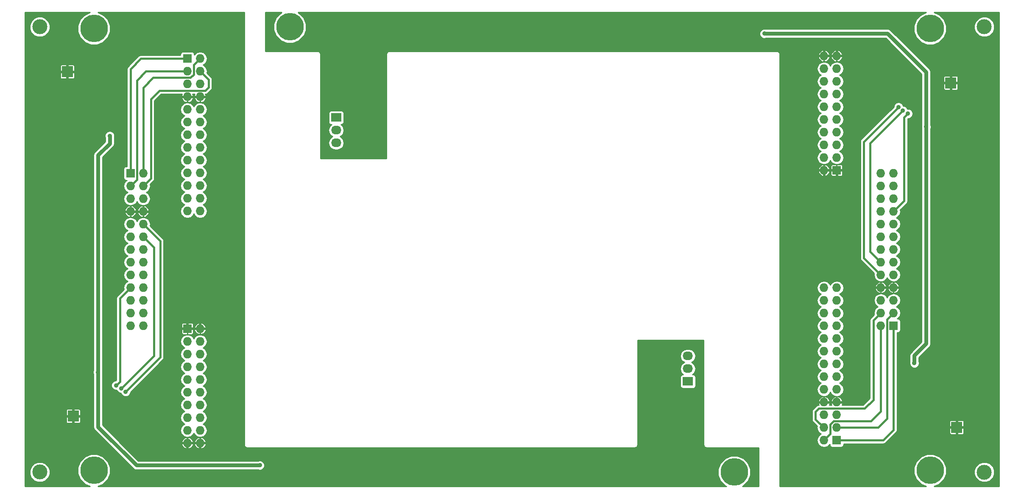
<source format=gbl>
G04 #@! TF.FileFunction,Copper,L2,Bot,Signal*
%FSLAX46Y46*%
G04 Gerber Fmt 4.6, Leading zero omitted, Abs format (unit mm)*
G04 Created by KiCad (PCBNEW 4.0.5+dfsg1-4) date Tue Feb 27 09:26:50 2018*
%MOMM*%
%LPD*%
G01*
G04 APERTURE LIST*
%ADD10C,0.150000*%
%ADD11R,1.727200X1.727200*%
%ADD12O,1.727200X1.727200*%
%ADD13C,3.000000*%
%ADD14C,5.500000*%
%ADD15R,2.235200X2.235200*%
%ADD16R,2.032000X1.727200*%
%ADD17O,2.032000X1.727200*%
%ADD18C,0.889000*%
%ADD19C,0.250000*%
%ADD20C,0.400000*%
%ADD21C,0.800000*%
G04 APERTURE END LIST*
D10*
D11*
X18644400Y-38530800D03*
D12*
X21184400Y-38530800D03*
X18644400Y-41070800D03*
X21184400Y-41070800D03*
X18644400Y-43610800D03*
X21184400Y-43610800D03*
X18644400Y-46150800D03*
X21184400Y-46150800D03*
X18644400Y-48690800D03*
X21184400Y-48690800D03*
X18644400Y-51230800D03*
X21184400Y-51230800D03*
X18644400Y-53770800D03*
X21184400Y-53770800D03*
X18644400Y-56310800D03*
X21184400Y-56310800D03*
X18644400Y-58850800D03*
X21184400Y-58850800D03*
X18644400Y-61390800D03*
X21184400Y-61390800D03*
X18644400Y-63930800D03*
X21184400Y-63930800D03*
X18644400Y-66470800D03*
X21184400Y-66470800D03*
X18644400Y-69010800D03*
X21184400Y-69010800D03*
D11*
X7291400Y-61440600D03*
D12*
X9831400Y-61440600D03*
X7291400Y-63980600D03*
X9831400Y-63980600D03*
X7291400Y-66520600D03*
X9831400Y-66520600D03*
X7291400Y-69060600D03*
X9831400Y-69060600D03*
X7291400Y-71600600D03*
X9831400Y-71600600D03*
X7291400Y-74140600D03*
X9831400Y-74140600D03*
X7291400Y-76680600D03*
X9831400Y-76680600D03*
X7291400Y-79220600D03*
X9831400Y-79220600D03*
X7291400Y-81760600D03*
X9831400Y-81760600D03*
X7291400Y-84300600D03*
X9831400Y-84300600D03*
X7291400Y-86840600D03*
X9831400Y-86840600D03*
X7291400Y-89380600D03*
X9831400Y-89380600D03*
X7291400Y-91920600D03*
X9831400Y-91920600D03*
D11*
X18644400Y-92496800D03*
D12*
X21184400Y-92496800D03*
X18644400Y-95036800D03*
X21184400Y-95036800D03*
X18644400Y-97576800D03*
X21184400Y-97576800D03*
X18644400Y-100116800D03*
X21184400Y-100116800D03*
X18644400Y-102656800D03*
X21184400Y-102656800D03*
X18644400Y-105196800D03*
X21184400Y-105196800D03*
X18644400Y-107736800D03*
X21184400Y-107736800D03*
X18644400Y-110276800D03*
X21184400Y-110276800D03*
X18644400Y-112816800D03*
X21184400Y-112816800D03*
X18644400Y-115356800D03*
X21184400Y-115356800D03*
D13*
X-10835600Y-121167800D03*
X-10835600Y-32167800D03*
D14*
X-16500Y-120825800D03*
X127834400Y-121167800D03*
X-16500Y-32509800D03*
D15*
X-5320500Y-41134300D03*
X-4152100Y-109968300D03*
D16*
X118570400Y-103047800D03*
D17*
X118570400Y-100507800D03*
X118570400Y-97967800D03*
D16*
X48360000Y-50290000D03*
D17*
X48360000Y-52830000D03*
X48360000Y-55370000D03*
D15*
X171082500Y-43369500D03*
X172250900Y-112203500D03*
D14*
X166946900Y-120828000D03*
X39096000Y-32170000D03*
X166946900Y-32512000D03*
D13*
X177766000Y-121170000D03*
X177766000Y-32170000D03*
D11*
X148286000Y-60841000D03*
D12*
X145746000Y-60841000D03*
X148286000Y-58301000D03*
X145746000Y-58301000D03*
X148286000Y-55761000D03*
X145746000Y-55761000D03*
X148286000Y-53221000D03*
X145746000Y-53221000D03*
X148286000Y-50681000D03*
X145746000Y-50681000D03*
X148286000Y-48141000D03*
X145746000Y-48141000D03*
X148286000Y-45601000D03*
X145746000Y-45601000D03*
X148286000Y-43061000D03*
X145746000Y-43061000D03*
X148286000Y-40521000D03*
X145746000Y-40521000D03*
X148286000Y-37981000D03*
X145746000Y-37981000D03*
D11*
X159639000Y-91897200D03*
D12*
X157099000Y-91897200D03*
X159639000Y-89357200D03*
X157099000Y-89357200D03*
X159639000Y-86817200D03*
X157099000Y-86817200D03*
X159639000Y-84277200D03*
X157099000Y-84277200D03*
X159639000Y-81737200D03*
X157099000Y-81737200D03*
X159639000Y-79197200D03*
X157099000Y-79197200D03*
X159639000Y-76657200D03*
X157099000Y-76657200D03*
X159639000Y-74117200D03*
X157099000Y-74117200D03*
X159639000Y-71577200D03*
X157099000Y-71577200D03*
X159639000Y-69037200D03*
X157099000Y-69037200D03*
X159639000Y-66497200D03*
X157099000Y-66497200D03*
X159639000Y-63957200D03*
X157099000Y-63957200D03*
X159639000Y-61417200D03*
X157099000Y-61417200D03*
D11*
X148286000Y-114807000D03*
D12*
X145746000Y-114807000D03*
X148286000Y-112267000D03*
X145746000Y-112267000D03*
X148286000Y-109727000D03*
X145746000Y-109727000D03*
X148286000Y-107187000D03*
X145746000Y-107187000D03*
X148286000Y-104647000D03*
X145746000Y-104647000D03*
X148286000Y-102107000D03*
X145746000Y-102107000D03*
X148286000Y-99567000D03*
X145746000Y-99567000D03*
X148286000Y-97027000D03*
X145746000Y-97027000D03*
X148286000Y-94487000D03*
X145746000Y-94487000D03*
X148286000Y-91947000D03*
X145746000Y-91947000D03*
X148286000Y-89407000D03*
X145746000Y-89407000D03*
X148286000Y-86867000D03*
X145746000Y-86867000D03*
X148286000Y-84327000D03*
X145746000Y-84327000D03*
D18*
X13894600Y-46150800D03*
X27191500Y-92505800D03*
X12904000Y-104380300D03*
X13640600Y-54824900D03*
X648500Y-50494200D03*
X-1713700Y-101192600D03*
X168644100Y-52145200D03*
X166281900Y-102843600D03*
X153289800Y-98512900D03*
X154026400Y-48957500D03*
X139738900Y-60832000D03*
X153035800Y-107187000D03*
X33084300Y-119810800D03*
X775500Y-101192600D03*
X3137700Y-53961300D03*
X163792700Y-99376500D03*
X166154900Y-52145200D03*
X133846100Y-33527000D03*
X4407700Y-103834200D03*
X162522700Y-49503600D03*
X5411000Y-104418400D03*
X161519400Y-48919400D03*
X6300000Y-105116900D03*
X160630400Y-48220900D03*
D19*
X18644400Y-47319200D02*
X18644400Y-46150800D01*
X21184400Y-47319200D02*
X18644400Y-47319200D01*
X21184400Y-46150800D02*
X21184400Y-47319200D01*
X18644400Y-114184700D02*
X21184400Y-114184700D01*
X21184400Y-114184700D02*
X21184400Y-114489500D01*
X18644400Y-115356800D02*
X18644400Y-114184700D01*
X21184400Y-92496800D02*
X21184400Y-93674200D01*
X18657100Y-92509500D02*
X18644400Y-92496800D01*
X21184400Y-93674200D02*
X18657100Y-93674200D01*
X18657100Y-93674200D02*
X18657100Y-92509500D01*
X18657100Y-93674200D02*
X18403100Y-93674200D01*
X9829800Y-69062200D02*
X9831400Y-69060600D01*
X9829800Y-70216500D02*
X9829800Y-69062200D01*
X7291400Y-70216500D02*
X9829800Y-70216500D01*
X7291400Y-69060600D02*
X7291400Y-70216500D01*
X7290600Y-68198000D02*
X7291400Y-69060600D01*
X7291400Y-68197200D02*
X7290600Y-68198000D01*
X7291400Y-68197200D02*
X7291400Y-69060600D01*
X9831400Y-67906700D02*
X7291400Y-67906700D01*
X7291400Y-67906700D02*
X7291400Y-68197200D01*
X9831400Y-69060600D02*
X9831400Y-67906700D01*
X157099000Y-84277200D02*
X157099000Y-85431100D01*
X159639000Y-85431100D02*
X159639000Y-85140600D01*
X157099000Y-85431100D02*
X159639000Y-85431100D01*
X159639000Y-85140600D02*
X159639000Y-84277200D01*
X159639000Y-85140600D02*
X159639800Y-85139800D01*
X159639800Y-85139800D02*
X159639000Y-84277200D01*
X159639000Y-84277200D02*
X159639000Y-83121300D01*
X159639000Y-83121300D02*
X157100600Y-83121300D01*
X157100600Y-83121300D02*
X157100600Y-84275600D01*
X157100600Y-84275600D02*
X157099000Y-84277200D01*
X148273300Y-59663600D02*
X148527300Y-59663600D01*
X148273300Y-59663600D02*
X148273300Y-60828300D01*
X145746000Y-59663600D02*
X148273300Y-59663600D01*
X148273300Y-60828300D02*
X148286000Y-60841000D01*
X145746000Y-60841000D02*
X145746000Y-59663600D01*
X148286000Y-37981000D02*
X148286000Y-39153100D01*
X145746000Y-39153100D02*
X145746000Y-38848300D01*
X148286000Y-39153100D02*
X145746000Y-39153100D01*
X145746000Y-107187000D02*
X145746000Y-106018600D01*
X145746000Y-106018600D02*
X148286000Y-106018600D01*
X148286000Y-106018600D02*
X148286000Y-107187000D01*
D20*
X7291400Y-61440600D02*
X7291400Y-40612800D01*
X7291400Y-40612800D02*
X9373400Y-38530800D01*
X9373400Y-38530800D02*
X18644400Y-38530800D01*
X157557000Y-114807000D02*
X148286000Y-114807000D01*
X159639000Y-112725000D02*
X157557000Y-114807000D01*
X159639000Y-91897200D02*
X159639000Y-112725000D01*
X11811800Y-42340800D02*
X19254000Y-42340800D01*
X9831400Y-44321200D02*
X11811800Y-42340800D01*
X9831400Y-61440600D02*
X9831400Y-44321200D01*
X19914400Y-39800800D02*
X21184400Y-38530800D01*
X19914400Y-41680400D02*
X19914400Y-39800800D01*
X19254000Y-42340800D02*
X19914400Y-41680400D01*
X147676400Y-110997000D02*
X147016000Y-111657400D01*
X147016000Y-111657400D02*
X147016000Y-113537000D01*
X147016000Y-113537000D02*
X145746000Y-114807000D01*
X157099000Y-91897200D02*
X157099000Y-109016600D01*
X157099000Y-109016600D02*
X155118600Y-110997000D01*
X155118600Y-110997000D02*
X147676400Y-110997000D01*
X18644400Y-41070800D02*
X10364000Y-41070800D01*
X8560600Y-62711400D02*
X7291400Y-63980600D01*
X8560600Y-42874200D02*
X10364000Y-41070800D01*
X8560600Y-42874200D02*
X8560600Y-62711400D01*
X158369800Y-110463600D02*
X158369800Y-90626400D01*
X158369800Y-110463600D02*
X156566400Y-112267000D01*
X158369800Y-90626400D02*
X159639000Y-89357200D01*
X148286000Y-112267000D02*
X156566400Y-112267000D01*
X21184400Y-41070800D02*
X22860800Y-42747200D01*
X22860800Y-44220400D02*
X22860800Y-42747200D01*
X22187700Y-44893500D02*
X22860800Y-44220400D01*
X11329200Y-62482800D02*
X9831400Y-63980600D01*
X13069100Y-44893500D02*
X22187700Y-44893500D01*
X11329200Y-46633400D02*
X13069100Y-44893500D01*
X11329200Y-46633400D02*
X11329200Y-62482800D01*
X155601200Y-106704400D02*
X155601200Y-90855000D01*
X155601200Y-106704400D02*
X153861300Y-108444300D01*
X153861300Y-108444300D02*
X144742700Y-108444300D01*
X155601200Y-90855000D02*
X157099000Y-89357200D01*
X144742700Y-108444300D02*
X144069600Y-109117400D01*
X144069600Y-109117400D02*
X144069600Y-110590600D01*
X145746000Y-112267000D02*
X144069600Y-110590600D01*
D21*
X33084300Y-119810800D02*
X8459000Y-119810800D01*
X775500Y-112127300D02*
X775500Y-101192600D01*
X8459000Y-119810800D02*
X775500Y-112127300D01*
X775500Y-101192600D02*
X775500Y-57834800D01*
X3137700Y-55472600D02*
X3137700Y-53961300D01*
X775500Y-57834800D02*
X3137700Y-55472600D01*
X166154900Y-95503000D02*
X163792700Y-97865200D01*
X163792700Y-97865200D02*
X163792700Y-99376500D01*
X166154900Y-52145200D02*
X166154900Y-95503000D01*
X158471400Y-33527000D02*
X166154900Y-41210500D01*
X166154900Y-41210500D02*
X166154900Y-52145200D01*
X133846100Y-33527000D02*
X158471400Y-33527000D01*
D20*
X4407700Y-103834200D02*
X5157000Y-103084900D01*
X5157000Y-103084900D02*
X5157000Y-86435000D01*
X5157000Y-86435000D02*
X7291400Y-84300600D01*
X161773400Y-66902800D02*
X159639000Y-69037200D01*
X161773400Y-50252900D02*
X161773400Y-66902800D01*
X162522700Y-49503600D02*
X161773400Y-50252900D01*
X11938800Y-76248000D02*
X11938800Y-97890600D01*
X5411000Y-104418400D02*
X11938800Y-97890600D01*
X9831400Y-74140600D02*
X11938800Y-76248000D01*
X157099000Y-79197200D02*
X154991600Y-77089800D01*
X161519400Y-48919400D02*
X154991600Y-55447200D01*
X154991600Y-77089800D02*
X154991600Y-55447200D01*
X13208800Y-98208100D02*
X13208800Y-74978000D01*
X9831400Y-71600600D02*
X13208800Y-74978000D01*
X6300000Y-105116900D02*
X13208800Y-98208100D01*
X160630400Y-48220900D02*
X153721600Y-55129700D01*
X157099000Y-81737200D02*
X153721600Y-78359800D01*
X153721600Y-55129700D02*
X153721600Y-78359800D01*
D19*
G36*
X37482490Y-29293133D02*
X37243285Y-29391971D01*
X36321209Y-30312439D01*
X35821570Y-31515704D01*
X35820433Y-32818580D01*
X36317971Y-34022715D01*
X37238439Y-34944791D01*
X38441704Y-35444430D01*
X39744580Y-35445567D01*
X40948715Y-34948029D01*
X41870791Y-34027561D01*
X41998917Y-33718999D01*
X132876432Y-33718999D01*
X133023718Y-34075460D01*
X133296205Y-34348423D01*
X133652408Y-34496332D01*
X134038099Y-34496668D01*
X134146204Y-34452000D01*
X158088252Y-34452000D01*
X165229900Y-41593648D01*
X165229900Y-51844745D01*
X165185568Y-51951508D01*
X165185232Y-52337199D01*
X165229900Y-52445304D01*
X165229900Y-95119852D01*
X163138626Y-97211126D01*
X162938111Y-97511217D01*
X162928727Y-97558394D01*
X162867700Y-97865200D01*
X162867700Y-99076045D01*
X162823368Y-99182808D01*
X162823032Y-99568499D01*
X162970318Y-99924960D01*
X163242805Y-100197923D01*
X163599008Y-100345832D01*
X163984699Y-100346168D01*
X164341160Y-100198882D01*
X164614123Y-99926395D01*
X164762032Y-99570192D01*
X164762368Y-99184501D01*
X164717700Y-99076396D01*
X164717700Y-98248348D01*
X166808974Y-96157074D01*
X167009489Y-95856983D01*
X167079900Y-95503000D01*
X167079900Y-52445655D01*
X167124232Y-52338892D01*
X167124568Y-51953201D01*
X167079900Y-51845096D01*
X167079900Y-43579750D01*
X169639900Y-43579750D01*
X169639900Y-44551747D01*
X169689379Y-44671198D01*
X169780803Y-44762622D01*
X169900254Y-44812100D01*
X170872250Y-44812100D01*
X170953500Y-44730850D01*
X170953500Y-43498500D01*
X171211500Y-43498500D01*
X171211500Y-44730850D01*
X171292750Y-44812100D01*
X172264746Y-44812100D01*
X172384197Y-44762622D01*
X172475621Y-44671198D01*
X172525100Y-44551747D01*
X172525100Y-43579750D01*
X172443850Y-43498500D01*
X171211500Y-43498500D01*
X170953500Y-43498500D01*
X169721150Y-43498500D01*
X169639900Y-43579750D01*
X167079900Y-43579750D01*
X167079900Y-42187253D01*
X169639900Y-42187253D01*
X169639900Y-43159250D01*
X169721150Y-43240500D01*
X170953500Y-43240500D01*
X170953500Y-42008150D01*
X171211500Y-42008150D01*
X171211500Y-43240500D01*
X172443850Y-43240500D01*
X172525100Y-43159250D01*
X172525100Y-42187253D01*
X172475621Y-42067802D01*
X172384197Y-41976378D01*
X172264746Y-41926900D01*
X171292750Y-41926900D01*
X171211500Y-42008150D01*
X170953500Y-42008150D01*
X170872250Y-41926900D01*
X169900254Y-41926900D01*
X169780803Y-41976378D01*
X169689379Y-42067802D01*
X169639900Y-42187253D01*
X167079900Y-42187253D01*
X167079900Y-41210500D01*
X167040135Y-41010587D01*
X167009489Y-40856517D01*
X166808974Y-40556426D01*
X159125474Y-32872926D01*
X158825383Y-32672411D01*
X158471400Y-32602000D01*
X134146555Y-32602000D01*
X134039792Y-32557668D01*
X133654101Y-32557332D01*
X133297640Y-32704618D01*
X133024677Y-32977105D01*
X132876768Y-33333308D01*
X132876432Y-33718999D01*
X41998917Y-33718999D01*
X42370430Y-32824296D01*
X42371567Y-31521420D01*
X41874029Y-30317285D01*
X40953561Y-29395209D01*
X40707836Y-29293175D01*
X166157055Y-29294803D01*
X165094185Y-29733971D01*
X164172109Y-30654439D01*
X163672470Y-31857704D01*
X163671333Y-33160580D01*
X164168871Y-34364715D01*
X165089339Y-35286791D01*
X166292604Y-35786430D01*
X167595480Y-35787567D01*
X168799615Y-35290029D01*
X169721691Y-34369561D01*
X170221330Y-33166296D01*
X170221849Y-32571030D01*
X175740649Y-32571030D01*
X176048288Y-33315572D01*
X176617432Y-33885710D01*
X177361435Y-34194648D01*
X178167030Y-34195351D01*
X178911572Y-33887712D01*
X179481710Y-33318568D01*
X179790648Y-32574565D01*
X179791351Y-31768970D01*
X179483712Y-31024428D01*
X178914568Y-30454290D01*
X178170565Y-30145352D01*
X177364970Y-30144649D01*
X176620428Y-30452288D01*
X176050290Y-31021432D01*
X175741352Y-31765435D01*
X175740649Y-32571030D01*
X170221849Y-32571030D01*
X170222467Y-31863420D01*
X169724929Y-30659285D01*
X168804461Y-29737209D01*
X167739077Y-29294823D01*
X180711000Y-29294991D01*
X180711000Y-124045000D01*
X167737223Y-124045000D01*
X168799615Y-123606029D01*
X169721691Y-122685561D01*
X170184484Y-121571030D01*
X175740649Y-121571030D01*
X176048288Y-122315572D01*
X176617432Y-122885710D01*
X177361435Y-123194648D01*
X178167030Y-123195351D01*
X178911572Y-122887712D01*
X179481710Y-122318568D01*
X179790648Y-121574565D01*
X179791351Y-120768970D01*
X179483712Y-120024428D01*
X178914568Y-119454290D01*
X178170565Y-119145352D01*
X177364970Y-119144649D01*
X176620428Y-119452288D01*
X176050290Y-120021432D01*
X175741352Y-120765435D01*
X175740649Y-121571030D01*
X170184484Y-121571030D01*
X170221330Y-121482296D01*
X170222467Y-120179420D01*
X169724929Y-118975285D01*
X168804461Y-118053209D01*
X167601196Y-117553570D01*
X166298320Y-117552433D01*
X165094185Y-118049971D01*
X164172109Y-118970439D01*
X163672470Y-120173704D01*
X163671333Y-121476580D01*
X164168871Y-122680715D01*
X165089339Y-123602791D01*
X166154297Y-124045000D01*
X155107160Y-124045000D01*
X155096000Y-124042900D01*
X136961000Y-124042900D01*
X136961000Y-109117400D01*
X143344600Y-109117400D01*
X143344600Y-110590600D01*
X143378475Y-110760900D01*
X143399787Y-110868046D01*
X143556948Y-111103252D01*
X144394984Y-111941289D01*
X144330196Y-112267000D01*
X144435897Y-112798394D01*
X144736908Y-113248888D01*
X145168097Y-113537000D01*
X144736908Y-113825112D01*
X144435897Y-114275606D01*
X144330196Y-114807000D01*
X144435897Y-115338394D01*
X144736908Y-115788888D01*
X145187402Y-116089899D01*
X145718796Y-116195600D01*
X145773204Y-116195600D01*
X146304598Y-116089899D01*
X146755092Y-115788888D01*
X146887115Y-115591302D01*
X146887115Y-115670600D01*
X146923723Y-115865153D01*
X147038704Y-116043839D01*
X147214144Y-116163712D01*
X147422400Y-116205885D01*
X149149600Y-116205885D01*
X149344153Y-116169277D01*
X149522839Y-116054296D01*
X149642712Y-115878856D01*
X149684885Y-115670600D01*
X149684885Y-115532000D01*
X157557000Y-115532000D01*
X157789264Y-115485800D01*
X157834446Y-115476813D01*
X158069652Y-115319652D01*
X160151653Y-113237652D01*
X160308813Y-113002446D01*
X160364000Y-112725000D01*
X160364000Y-112413750D01*
X170808300Y-112413750D01*
X170808300Y-113385747D01*
X170857779Y-113505198D01*
X170949203Y-113596622D01*
X171068654Y-113646100D01*
X172040650Y-113646100D01*
X172121900Y-113564850D01*
X172121900Y-112332500D01*
X172379900Y-112332500D01*
X172379900Y-113564850D01*
X172461150Y-113646100D01*
X173433146Y-113646100D01*
X173552597Y-113596622D01*
X173644021Y-113505198D01*
X173693500Y-113385747D01*
X173693500Y-112413750D01*
X173612250Y-112332500D01*
X172379900Y-112332500D01*
X172121900Y-112332500D01*
X170889550Y-112332500D01*
X170808300Y-112413750D01*
X160364000Y-112413750D01*
X160364000Y-111021253D01*
X170808300Y-111021253D01*
X170808300Y-111993250D01*
X170889550Y-112074500D01*
X172121900Y-112074500D01*
X172121900Y-110842150D01*
X172379900Y-110842150D01*
X172379900Y-112074500D01*
X173612250Y-112074500D01*
X173693500Y-111993250D01*
X173693500Y-111021253D01*
X173644021Y-110901802D01*
X173552597Y-110810378D01*
X173433146Y-110760900D01*
X172461150Y-110760900D01*
X172379900Y-110842150D01*
X172121900Y-110842150D01*
X172040650Y-110760900D01*
X171068654Y-110760900D01*
X170949203Y-110810378D01*
X170857779Y-110901802D01*
X170808300Y-111021253D01*
X160364000Y-111021253D01*
X160364000Y-93296085D01*
X160502600Y-93296085D01*
X160697153Y-93259477D01*
X160875839Y-93144496D01*
X160995712Y-92969056D01*
X161037885Y-92760800D01*
X161037885Y-91033600D01*
X161001277Y-90839047D01*
X160886296Y-90660361D01*
X160710856Y-90540488D01*
X160502600Y-90498315D01*
X160409792Y-90498315D01*
X160648092Y-90339088D01*
X160949103Y-89888594D01*
X161054804Y-89357200D01*
X160949103Y-88825806D01*
X160648092Y-88375312D01*
X160216903Y-88087200D01*
X160648092Y-87799088D01*
X160949103Y-87348594D01*
X161054804Y-86817200D01*
X160949103Y-86285806D01*
X160648092Y-85835312D01*
X160197598Y-85534301D01*
X159768002Y-85448849D01*
X159768002Y-85377542D01*
X159951253Y-85424064D01*
X160366370Y-85217270D01*
X160670751Y-84867359D01*
X160785852Y-84589451D01*
X160738810Y-84406200D01*
X159768000Y-84406200D01*
X159768000Y-84426200D01*
X159510000Y-84426200D01*
X159510000Y-84406200D01*
X158539190Y-84406200D01*
X158492148Y-84589451D01*
X158607249Y-84867359D01*
X158911630Y-85217270D01*
X159326747Y-85424064D01*
X159509998Y-85377542D01*
X159509998Y-85448849D01*
X159080402Y-85534301D01*
X158629908Y-85835312D01*
X158369000Y-86225788D01*
X158108092Y-85835312D01*
X157657598Y-85534301D01*
X157228002Y-85448849D01*
X157228002Y-85377542D01*
X157411253Y-85424064D01*
X157826370Y-85217270D01*
X158130751Y-84867359D01*
X158245852Y-84589451D01*
X158198810Y-84406200D01*
X157228000Y-84406200D01*
X157228000Y-84426200D01*
X156970000Y-84426200D01*
X156970000Y-84406200D01*
X155999190Y-84406200D01*
X155952148Y-84589451D01*
X156067249Y-84867359D01*
X156371630Y-85217270D01*
X156786747Y-85424064D01*
X156969998Y-85377542D01*
X156969998Y-85448849D01*
X156540402Y-85534301D01*
X156089908Y-85835312D01*
X155788897Y-86285806D01*
X155683196Y-86817200D01*
X155788897Y-87348594D01*
X156089908Y-87799088D01*
X156521097Y-88087200D01*
X156089908Y-88375312D01*
X155788897Y-88825806D01*
X155683196Y-89357200D01*
X155747984Y-89682912D01*
X155088548Y-90342348D01*
X154931387Y-90577554D01*
X154931387Y-90577555D01*
X154876200Y-90855000D01*
X154876200Y-106404095D01*
X153560996Y-107719300D01*
X149341714Y-107719300D01*
X149432852Y-107499251D01*
X149385810Y-107316000D01*
X148415000Y-107316000D01*
X148415000Y-107336000D01*
X148157000Y-107336000D01*
X148157000Y-107316000D01*
X147186190Y-107316000D01*
X147139148Y-107499251D01*
X147230286Y-107719300D01*
X146801714Y-107719300D01*
X146892852Y-107499251D01*
X146845810Y-107316000D01*
X145875000Y-107316000D01*
X145875000Y-107336000D01*
X145617000Y-107336000D01*
X145617000Y-107316000D01*
X144646190Y-107316000D01*
X144599148Y-107499251D01*
X144694275Y-107728932D01*
X144465255Y-107774487D01*
X144387208Y-107826637D01*
X144230047Y-107931648D01*
X143556948Y-108604748D01*
X143399787Y-108839954D01*
X143399787Y-108839955D01*
X143344600Y-109117400D01*
X136961000Y-109117400D01*
X136961000Y-84327000D01*
X144330196Y-84327000D01*
X144435897Y-84858394D01*
X144736908Y-85308888D01*
X145168097Y-85597000D01*
X144736908Y-85885112D01*
X144435897Y-86335606D01*
X144330196Y-86867000D01*
X144435897Y-87398394D01*
X144736908Y-87848888D01*
X145168097Y-88137000D01*
X144736908Y-88425112D01*
X144435897Y-88875606D01*
X144330196Y-89407000D01*
X144435897Y-89938394D01*
X144736908Y-90388888D01*
X145168097Y-90677000D01*
X144736908Y-90965112D01*
X144435897Y-91415606D01*
X144330196Y-91947000D01*
X144435897Y-92478394D01*
X144736908Y-92928888D01*
X145168097Y-93217000D01*
X144736908Y-93505112D01*
X144435897Y-93955606D01*
X144330196Y-94487000D01*
X144435897Y-95018394D01*
X144736908Y-95468888D01*
X145168097Y-95757000D01*
X144736908Y-96045112D01*
X144435897Y-96495606D01*
X144330196Y-97027000D01*
X144435897Y-97558394D01*
X144736908Y-98008888D01*
X145168097Y-98297000D01*
X144736908Y-98585112D01*
X144435897Y-99035606D01*
X144330196Y-99567000D01*
X144435897Y-100098394D01*
X144736908Y-100548888D01*
X145168097Y-100837000D01*
X144736908Y-101125112D01*
X144435897Y-101575606D01*
X144330196Y-102107000D01*
X144435897Y-102638394D01*
X144736908Y-103088888D01*
X145168097Y-103377000D01*
X144736908Y-103665112D01*
X144435897Y-104115606D01*
X144330196Y-104647000D01*
X144435897Y-105178394D01*
X144736908Y-105628888D01*
X145187402Y-105929899D01*
X145616998Y-106015351D01*
X145616998Y-106086658D01*
X145433747Y-106040136D01*
X145018630Y-106246930D01*
X144714249Y-106596841D01*
X144599148Y-106874749D01*
X144646190Y-107058000D01*
X145617000Y-107058000D01*
X145617000Y-107038000D01*
X145875000Y-107038000D01*
X145875000Y-107058000D01*
X146845810Y-107058000D01*
X146892852Y-106874749D01*
X146777751Y-106596841D01*
X146473370Y-106246930D01*
X146058253Y-106040136D01*
X145875002Y-106086658D01*
X145875002Y-106015351D01*
X146304598Y-105929899D01*
X146755092Y-105628888D01*
X147016000Y-105238412D01*
X147276908Y-105628888D01*
X147727402Y-105929899D01*
X148156998Y-106015351D01*
X148156998Y-106086658D01*
X147973747Y-106040136D01*
X147558630Y-106246930D01*
X147254249Y-106596841D01*
X147139148Y-106874749D01*
X147186190Y-107058000D01*
X148157000Y-107058000D01*
X148157000Y-107038000D01*
X148415000Y-107038000D01*
X148415000Y-107058000D01*
X149385810Y-107058000D01*
X149432852Y-106874749D01*
X149317751Y-106596841D01*
X149013370Y-106246930D01*
X148598253Y-106040136D01*
X148415002Y-106086658D01*
X148415002Y-106015351D01*
X148844598Y-105929899D01*
X149295092Y-105628888D01*
X149596103Y-105178394D01*
X149701804Y-104647000D01*
X149596103Y-104115606D01*
X149295092Y-103665112D01*
X148863903Y-103377000D01*
X149295092Y-103088888D01*
X149596103Y-102638394D01*
X149701804Y-102107000D01*
X149596103Y-101575606D01*
X149295092Y-101125112D01*
X148863903Y-100837000D01*
X149295092Y-100548888D01*
X149596103Y-100098394D01*
X149701804Y-99567000D01*
X149596103Y-99035606D01*
X149295092Y-98585112D01*
X148863903Y-98297000D01*
X149295092Y-98008888D01*
X149596103Y-97558394D01*
X149701804Y-97027000D01*
X149596103Y-96495606D01*
X149295092Y-96045112D01*
X148863903Y-95757000D01*
X149295092Y-95468888D01*
X149596103Y-95018394D01*
X149701804Y-94487000D01*
X149596103Y-93955606D01*
X149295092Y-93505112D01*
X148863903Y-93217000D01*
X149295092Y-92928888D01*
X149596103Y-92478394D01*
X149701804Y-91947000D01*
X149596103Y-91415606D01*
X149295092Y-90965112D01*
X148863903Y-90677000D01*
X149295092Y-90388888D01*
X149596103Y-89938394D01*
X149701804Y-89407000D01*
X149596103Y-88875606D01*
X149295092Y-88425112D01*
X148863903Y-88137000D01*
X149295092Y-87848888D01*
X149596103Y-87398394D01*
X149701804Y-86867000D01*
X149596103Y-86335606D01*
X149295092Y-85885112D01*
X148863903Y-85597000D01*
X149295092Y-85308888D01*
X149596103Y-84858394D01*
X149701804Y-84327000D01*
X149596103Y-83795606D01*
X149295092Y-83345112D01*
X148844598Y-83044101D01*
X148313204Y-82938400D01*
X148258796Y-82938400D01*
X147727402Y-83044101D01*
X147276908Y-83345112D01*
X147016000Y-83735588D01*
X146755092Y-83345112D01*
X146304598Y-83044101D01*
X145773204Y-82938400D01*
X145718796Y-82938400D01*
X145187402Y-83044101D01*
X144736908Y-83345112D01*
X144435897Y-83795606D01*
X144330196Y-84327000D01*
X136961000Y-84327000D01*
X136961000Y-61153251D01*
X144599148Y-61153251D01*
X144714249Y-61431159D01*
X145018630Y-61781070D01*
X145433747Y-61987864D01*
X145617000Y-61941341D01*
X145617000Y-60970000D01*
X145875000Y-60970000D01*
X145875000Y-61941341D01*
X146058253Y-61987864D01*
X146473370Y-61781070D01*
X146777751Y-61431159D01*
X146892852Y-61153251D01*
X146866668Y-61051250D01*
X147097400Y-61051250D01*
X147097400Y-61769247D01*
X147146879Y-61888698D01*
X147238303Y-61980122D01*
X147357754Y-62029600D01*
X148075750Y-62029600D01*
X148157000Y-61948350D01*
X148157000Y-60970000D01*
X148415000Y-60970000D01*
X148415000Y-61948350D01*
X148496250Y-62029600D01*
X149214246Y-62029600D01*
X149333697Y-61980122D01*
X149425121Y-61888698D01*
X149474600Y-61769247D01*
X149474600Y-61051250D01*
X149393350Y-60970000D01*
X148415000Y-60970000D01*
X148157000Y-60970000D01*
X147178650Y-60970000D01*
X147097400Y-61051250D01*
X146866668Y-61051250D01*
X146845810Y-60970000D01*
X145875000Y-60970000D01*
X145617000Y-60970000D01*
X144646190Y-60970000D01*
X144599148Y-61153251D01*
X136961000Y-61153251D01*
X136961000Y-40521000D01*
X144330196Y-40521000D01*
X144435897Y-41052394D01*
X144736908Y-41502888D01*
X145168097Y-41791000D01*
X144736908Y-42079112D01*
X144435897Y-42529606D01*
X144330196Y-43061000D01*
X144435897Y-43592394D01*
X144736908Y-44042888D01*
X145168097Y-44331000D01*
X144736908Y-44619112D01*
X144435897Y-45069606D01*
X144330196Y-45601000D01*
X144435897Y-46132394D01*
X144736908Y-46582888D01*
X145168097Y-46871000D01*
X144736908Y-47159112D01*
X144435897Y-47609606D01*
X144330196Y-48141000D01*
X144435897Y-48672394D01*
X144736908Y-49122888D01*
X145168097Y-49411000D01*
X144736908Y-49699112D01*
X144435897Y-50149606D01*
X144330196Y-50681000D01*
X144435897Y-51212394D01*
X144736908Y-51662888D01*
X145168097Y-51951000D01*
X144736908Y-52239112D01*
X144435897Y-52689606D01*
X144330196Y-53221000D01*
X144435897Y-53752394D01*
X144736908Y-54202888D01*
X145168097Y-54491000D01*
X144736908Y-54779112D01*
X144435897Y-55229606D01*
X144330196Y-55761000D01*
X144435897Y-56292394D01*
X144736908Y-56742888D01*
X145168097Y-57031000D01*
X144736908Y-57319112D01*
X144435897Y-57769606D01*
X144330196Y-58301000D01*
X144435897Y-58832394D01*
X144736908Y-59282888D01*
X145187402Y-59583899D01*
X145616998Y-59669351D01*
X145616998Y-59740658D01*
X145433747Y-59694136D01*
X145018630Y-59900930D01*
X144714249Y-60250841D01*
X144599148Y-60528749D01*
X144646190Y-60712000D01*
X145617000Y-60712000D01*
X145617000Y-60692000D01*
X145875000Y-60692000D01*
X145875000Y-60712000D01*
X146845810Y-60712000D01*
X146892852Y-60528749D01*
X146777751Y-60250841D01*
X146473370Y-59900930D01*
X146058253Y-59694136D01*
X145875002Y-59740658D01*
X145875002Y-59669351D01*
X146304598Y-59583899D01*
X146755092Y-59282888D01*
X147016000Y-58892412D01*
X147276908Y-59282888D01*
X147727402Y-59583899D01*
X148071779Y-59652400D01*
X147357754Y-59652400D01*
X147238303Y-59701878D01*
X147146879Y-59793302D01*
X147097400Y-59912753D01*
X147097400Y-60630750D01*
X147178650Y-60712000D01*
X148157000Y-60712000D01*
X148157000Y-60692000D01*
X148415000Y-60692000D01*
X148415000Y-60712000D01*
X149393350Y-60712000D01*
X149474600Y-60630750D01*
X149474600Y-59912753D01*
X149425121Y-59793302D01*
X149333697Y-59701878D01*
X149214246Y-59652400D01*
X148500221Y-59652400D01*
X148844598Y-59583899D01*
X149295092Y-59282888D01*
X149596103Y-58832394D01*
X149701804Y-58301000D01*
X149596103Y-57769606D01*
X149295092Y-57319112D01*
X148863903Y-57031000D01*
X149295092Y-56742888D01*
X149596103Y-56292394D01*
X149701804Y-55761000D01*
X149596103Y-55229606D01*
X149529348Y-55129700D01*
X152996600Y-55129700D01*
X152996600Y-78359800D01*
X153042631Y-78591215D01*
X153051787Y-78637246D01*
X153208948Y-78872452D01*
X155747984Y-81411488D01*
X155683196Y-81737200D01*
X155788897Y-82268594D01*
X156089908Y-82719088D01*
X156540402Y-83020099D01*
X156969998Y-83105551D01*
X156969998Y-83176858D01*
X156786747Y-83130336D01*
X156371630Y-83337130D01*
X156067249Y-83687041D01*
X155952148Y-83964949D01*
X155999190Y-84148200D01*
X156970000Y-84148200D01*
X156970000Y-84128200D01*
X157228000Y-84128200D01*
X157228000Y-84148200D01*
X158198810Y-84148200D01*
X158245852Y-83964949D01*
X158130751Y-83687041D01*
X157826370Y-83337130D01*
X157411253Y-83130336D01*
X157228002Y-83176858D01*
X157228002Y-83105551D01*
X157657598Y-83020099D01*
X158108092Y-82719088D01*
X158369000Y-82328612D01*
X158629908Y-82719088D01*
X159080402Y-83020099D01*
X159509998Y-83105551D01*
X159509998Y-83176858D01*
X159326747Y-83130336D01*
X158911630Y-83337130D01*
X158607249Y-83687041D01*
X158492148Y-83964949D01*
X158539190Y-84148200D01*
X159510000Y-84148200D01*
X159510000Y-84128200D01*
X159768000Y-84128200D01*
X159768000Y-84148200D01*
X160738810Y-84148200D01*
X160785852Y-83964949D01*
X160670751Y-83687041D01*
X160366370Y-83337130D01*
X159951253Y-83130336D01*
X159768002Y-83176858D01*
X159768002Y-83105551D01*
X160197598Y-83020099D01*
X160648092Y-82719088D01*
X160949103Y-82268594D01*
X161054804Y-81737200D01*
X160949103Y-81205806D01*
X160648092Y-80755312D01*
X160216903Y-80467200D01*
X160648092Y-80179088D01*
X160949103Y-79728594D01*
X161054804Y-79197200D01*
X160949103Y-78665806D01*
X160648092Y-78215312D01*
X160216903Y-77927200D01*
X160648092Y-77639088D01*
X160949103Y-77188594D01*
X161054804Y-76657200D01*
X160949103Y-76125806D01*
X160648092Y-75675312D01*
X160216903Y-75387200D01*
X160648092Y-75099088D01*
X160949103Y-74648594D01*
X161054804Y-74117200D01*
X160949103Y-73585806D01*
X160648092Y-73135312D01*
X160216903Y-72847200D01*
X160648092Y-72559088D01*
X160949103Y-72108594D01*
X161054804Y-71577200D01*
X160949103Y-71045806D01*
X160648092Y-70595312D01*
X160216903Y-70307200D01*
X160648092Y-70019088D01*
X160949103Y-69568594D01*
X161054804Y-69037200D01*
X160990016Y-68711489D01*
X162286052Y-67415453D01*
X162443212Y-67180246D01*
X162443213Y-67180245D01*
X162498400Y-66902800D01*
X162498400Y-50553204D01*
X162578455Y-50473149D01*
X162714699Y-50473268D01*
X163071160Y-50325982D01*
X163344123Y-50053495D01*
X163492032Y-49697292D01*
X163492368Y-49311601D01*
X163345082Y-48955140D01*
X163072595Y-48682177D01*
X162716392Y-48534268D01*
X162409157Y-48534000D01*
X162341782Y-48370940D01*
X162069295Y-48097977D01*
X161713092Y-47950068D01*
X161567443Y-47949941D01*
X161452782Y-47672440D01*
X161180295Y-47399477D01*
X160824092Y-47251568D01*
X160438401Y-47251232D01*
X160081940Y-47398518D01*
X159808977Y-47671005D01*
X159661068Y-48027208D01*
X159660948Y-48165047D01*
X153208948Y-54617048D01*
X153051787Y-54852254D01*
X153051787Y-54852255D01*
X152996600Y-55129700D01*
X149529348Y-55129700D01*
X149295092Y-54779112D01*
X148863903Y-54491000D01*
X149295092Y-54202888D01*
X149596103Y-53752394D01*
X149701804Y-53221000D01*
X149596103Y-52689606D01*
X149295092Y-52239112D01*
X148863903Y-51951000D01*
X149295092Y-51662888D01*
X149596103Y-51212394D01*
X149701804Y-50681000D01*
X149596103Y-50149606D01*
X149295092Y-49699112D01*
X148863903Y-49411000D01*
X149295092Y-49122888D01*
X149596103Y-48672394D01*
X149701804Y-48141000D01*
X149596103Y-47609606D01*
X149295092Y-47159112D01*
X148863903Y-46871000D01*
X149295092Y-46582888D01*
X149596103Y-46132394D01*
X149701804Y-45601000D01*
X149596103Y-45069606D01*
X149295092Y-44619112D01*
X148863903Y-44331000D01*
X149295092Y-44042888D01*
X149596103Y-43592394D01*
X149701804Y-43061000D01*
X149596103Y-42529606D01*
X149295092Y-42079112D01*
X148863903Y-41791000D01*
X149295092Y-41502888D01*
X149596103Y-41052394D01*
X149701804Y-40521000D01*
X149596103Y-39989606D01*
X149295092Y-39539112D01*
X148844598Y-39238101D01*
X148415002Y-39152649D01*
X148415002Y-39081342D01*
X148598253Y-39127864D01*
X149013370Y-38921070D01*
X149317751Y-38571159D01*
X149432852Y-38293251D01*
X149385810Y-38110000D01*
X148415000Y-38110000D01*
X148415000Y-38130000D01*
X148157000Y-38130000D01*
X148157000Y-38110000D01*
X147186190Y-38110000D01*
X147139148Y-38293251D01*
X147254249Y-38571159D01*
X147558630Y-38921070D01*
X147973747Y-39127864D01*
X148156998Y-39081342D01*
X148156998Y-39152649D01*
X147727402Y-39238101D01*
X147276908Y-39539112D01*
X147016000Y-39929588D01*
X146755092Y-39539112D01*
X146304598Y-39238101D01*
X145875002Y-39152649D01*
X145875002Y-39081342D01*
X146058253Y-39127864D01*
X146473370Y-38921070D01*
X146777751Y-38571159D01*
X146892852Y-38293251D01*
X146845810Y-38110000D01*
X145875000Y-38110000D01*
X145875000Y-38130000D01*
X145617000Y-38130000D01*
X145617000Y-38110000D01*
X144646190Y-38110000D01*
X144599148Y-38293251D01*
X144714249Y-38571159D01*
X145018630Y-38921070D01*
X145433747Y-39127864D01*
X145616998Y-39081342D01*
X145616998Y-39152649D01*
X145187402Y-39238101D01*
X144736908Y-39539112D01*
X144435897Y-39989606D01*
X144330196Y-40521000D01*
X136961000Y-40521000D01*
X136961000Y-37670000D01*
X136960752Y-37668749D01*
X144599148Y-37668749D01*
X144646190Y-37852000D01*
X145617000Y-37852000D01*
X145617000Y-36880659D01*
X145875000Y-36880659D01*
X145875000Y-37852000D01*
X146845810Y-37852000D01*
X146892852Y-37668749D01*
X147139148Y-37668749D01*
X147186190Y-37852000D01*
X148157000Y-37852000D01*
X148157000Y-36880659D01*
X148415000Y-36880659D01*
X148415000Y-37852000D01*
X149385810Y-37852000D01*
X149432852Y-37668749D01*
X149317751Y-37390841D01*
X149013370Y-37040930D01*
X148598253Y-36834136D01*
X148415000Y-36880659D01*
X148157000Y-36880659D01*
X147973747Y-36834136D01*
X147558630Y-37040930D01*
X147254249Y-37390841D01*
X147139148Y-37668749D01*
X146892852Y-37668749D01*
X146777751Y-37390841D01*
X146473370Y-37040930D01*
X146058253Y-36834136D01*
X145875000Y-36880659D01*
X145617000Y-36880659D01*
X145433747Y-36834136D01*
X145018630Y-37040930D01*
X144714249Y-37390841D01*
X144599148Y-37668749D01*
X136960752Y-37668749D01*
X136913425Y-37430823D01*
X136777942Y-37228058D01*
X136575177Y-37092575D01*
X136336000Y-37045000D01*
X59000000Y-37045000D01*
X58760823Y-37092575D01*
X58558058Y-37228058D01*
X58422575Y-37430823D01*
X58375000Y-37670000D01*
X58375000Y-58509000D01*
X45221000Y-58509000D01*
X45221000Y-52830000D01*
X46788810Y-52830000D01*
X46894511Y-53361394D01*
X47195522Y-53811888D01*
X47626711Y-54100000D01*
X47195522Y-54388112D01*
X46894511Y-54838606D01*
X46788810Y-55370000D01*
X46894511Y-55901394D01*
X47195522Y-56351888D01*
X47646016Y-56652899D01*
X48177410Y-56758600D01*
X48542590Y-56758600D01*
X49073984Y-56652899D01*
X49524478Y-56351888D01*
X49825489Y-55901394D01*
X49931190Y-55370000D01*
X49825489Y-54838606D01*
X49524478Y-54388112D01*
X49093289Y-54100000D01*
X49524478Y-53811888D01*
X49825489Y-53361394D01*
X49931190Y-52830000D01*
X49825489Y-52298606D01*
X49524478Y-51848112D01*
X49286178Y-51688885D01*
X49376000Y-51688885D01*
X49570553Y-51652277D01*
X49749239Y-51537296D01*
X49869112Y-51361856D01*
X49911285Y-51153600D01*
X49911285Y-49426400D01*
X49874677Y-49231847D01*
X49759696Y-49053161D01*
X49584256Y-48933288D01*
X49376000Y-48891115D01*
X47344000Y-48891115D01*
X47149447Y-48927723D01*
X46970761Y-49042704D01*
X46850888Y-49218144D01*
X46808715Y-49426400D01*
X46808715Y-51153600D01*
X46845323Y-51348153D01*
X46960304Y-51526839D01*
X47135744Y-51646712D01*
X47344000Y-51688885D01*
X47433822Y-51688885D01*
X47195522Y-51848112D01*
X46894511Y-52298606D01*
X46788810Y-52830000D01*
X45221000Y-52830000D01*
X45221000Y-37670000D01*
X45173425Y-37430823D01*
X45037942Y-37228058D01*
X44835177Y-37092575D01*
X44596000Y-37045000D01*
X34221000Y-37045000D01*
X34221000Y-29293091D01*
X37482490Y-29293133D01*
X37482490Y-29293133D01*
G37*
X37482490Y-29293133D02*
X37243285Y-29391971D01*
X36321209Y-30312439D01*
X35821570Y-31515704D01*
X35820433Y-32818580D01*
X36317971Y-34022715D01*
X37238439Y-34944791D01*
X38441704Y-35444430D01*
X39744580Y-35445567D01*
X40948715Y-34948029D01*
X41870791Y-34027561D01*
X41998917Y-33718999D01*
X132876432Y-33718999D01*
X133023718Y-34075460D01*
X133296205Y-34348423D01*
X133652408Y-34496332D01*
X134038099Y-34496668D01*
X134146204Y-34452000D01*
X158088252Y-34452000D01*
X165229900Y-41593648D01*
X165229900Y-51844745D01*
X165185568Y-51951508D01*
X165185232Y-52337199D01*
X165229900Y-52445304D01*
X165229900Y-95119852D01*
X163138626Y-97211126D01*
X162938111Y-97511217D01*
X162928727Y-97558394D01*
X162867700Y-97865200D01*
X162867700Y-99076045D01*
X162823368Y-99182808D01*
X162823032Y-99568499D01*
X162970318Y-99924960D01*
X163242805Y-100197923D01*
X163599008Y-100345832D01*
X163984699Y-100346168D01*
X164341160Y-100198882D01*
X164614123Y-99926395D01*
X164762032Y-99570192D01*
X164762368Y-99184501D01*
X164717700Y-99076396D01*
X164717700Y-98248348D01*
X166808974Y-96157074D01*
X167009489Y-95856983D01*
X167079900Y-95503000D01*
X167079900Y-52445655D01*
X167124232Y-52338892D01*
X167124568Y-51953201D01*
X167079900Y-51845096D01*
X167079900Y-43579750D01*
X169639900Y-43579750D01*
X169639900Y-44551747D01*
X169689379Y-44671198D01*
X169780803Y-44762622D01*
X169900254Y-44812100D01*
X170872250Y-44812100D01*
X170953500Y-44730850D01*
X170953500Y-43498500D01*
X171211500Y-43498500D01*
X171211500Y-44730850D01*
X171292750Y-44812100D01*
X172264746Y-44812100D01*
X172384197Y-44762622D01*
X172475621Y-44671198D01*
X172525100Y-44551747D01*
X172525100Y-43579750D01*
X172443850Y-43498500D01*
X171211500Y-43498500D01*
X170953500Y-43498500D01*
X169721150Y-43498500D01*
X169639900Y-43579750D01*
X167079900Y-43579750D01*
X167079900Y-42187253D01*
X169639900Y-42187253D01*
X169639900Y-43159250D01*
X169721150Y-43240500D01*
X170953500Y-43240500D01*
X170953500Y-42008150D01*
X171211500Y-42008150D01*
X171211500Y-43240500D01*
X172443850Y-43240500D01*
X172525100Y-43159250D01*
X172525100Y-42187253D01*
X172475621Y-42067802D01*
X172384197Y-41976378D01*
X172264746Y-41926900D01*
X171292750Y-41926900D01*
X171211500Y-42008150D01*
X170953500Y-42008150D01*
X170872250Y-41926900D01*
X169900254Y-41926900D01*
X169780803Y-41976378D01*
X169689379Y-42067802D01*
X169639900Y-42187253D01*
X167079900Y-42187253D01*
X167079900Y-41210500D01*
X167040135Y-41010587D01*
X167009489Y-40856517D01*
X166808974Y-40556426D01*
X159125474Y-32872926D01*
X158825383Y-32672411D01*
X158471400Y-32602000D01*
X134146555Y-32602000D01*
X134039792Y-32557668D01*
X133654101Y-32557332D01*
X133297640Y-32704618D01*
X133024677Y-32977105D01*
X132876768Y-33333308D01*
X132876432Y-33718999D01*
X41998917Y-33718999D01*
X42370430Y-32824296D01*
X42371567Y-31521420D01*
X41874029Y-30317285D01*
X40953561Y-29395209D01*
X40707836Y-29293175D01*
X166157055Y-29294803D01*
X165094185Y-29733971D01*
X164172109Y-30654439D01*
X163672470Y-31857704D01*
X163671333Y-33160580D01*
X164168871Y-34364715D01*
X165089339Y-35286791D01*
X166292604Y-35786430D01*
X167595480Y-35787567D01*
X168799615Y-35290029D01*
X169721691Y-34369561D01*
X170221330Y-33166296D01*
X170221849Y-32571030D01*
X175740649Y-32571030D01*
X176048288Y-33315572D01*
X176617432Y-33885710D01*
X177361435Y-34194648D01*
X178167030Y-34195351D01*
X178911572Y-33887712D01*
X179481710Y-33318568D01*
X179790648Y-32574565D01*
X179791351Y-31768970D01*
X179483712Y-31024428D01*
X178914568Y-30454290D01*
X178170565Y-30145352D01*
X177364970Y-30144649D01*
X176620428Y-30452288D01*
X176050290Y-31021432D01*
X175741352Y-31765435D01*
X175740649Y-32571030D01*
X170221849Y-32571030D01*
X170222467Y-31863420D01*
X169724929Y-30659285D01*
X168804461Y-29737209D01*
X167739077Y-29294823D01*
X180711000Y-29294991D01*
X180711000Y-124045000D01*
X167737223Y-124045000D01*
X168799615Y-123606029D01*
X169721691Y-122685561D01*
X170184484Y-121571030D01*
X175740649Y-121571030D01*
X176048288Y-122315572D01*
X176617432Y-122885710D01*
X177361435Y-123194648D01*
X178167030Y-123195351D01*
X178911572Y-122887712D01*
X179481710Y-122318568D01*
X179790648Y-121574565D01*
X179791351Y-120768970D01*
X179483712Y-120024428D01*
X178914568Y-119454290D01*
X178170565Y-119145352D01*
X177364970Y-119144649D01*
X176620428Y-119452288D01*
X176050290Y-120021432D01*
X175741352Y-120765435D01*
X175740649Y-121571030D01*
X170184484Y-121571030D01*
X170221330Y-121482296D01*
X170222467Y-120179420D01*
X169724929Y-118975285D01*
X168804461Y-118053209D01*
X167601196Y-117553570D01*
X166298320Y-117552433D01*
X165094185Y-118049971D01*
X164172109Y-118970439D01*
X163672470Y-120173704D01*
X163671333Y-121476580D01*
X164168871Y-122680715D01*
X165089339Y-123602791D01*
X166154297Y-124045000D01*
X155107160Y-124045000D01*
X155096000Y-124042900D01*
X136961000Y-124042900D01*
X136961000Y-109117400D01*
X143344600Y-109117400D01*
X143344600Y-110590600D01*
X143378475Y-110760900D01*
X143399787Y-110868046D01*
X143556948Y-111103252D01*
X144394984Y-111941289D01*
X144330196Y-112267000D01*
X144435897Y-112798394D01*
X144736908Y-113248888D01*
X145168097Y-113537000D01*
X144736908Y-113825112D01*
X144435897Y-114275606D01*
X144330196Y-114807000D01*
X144435897Y-115338394D01*
X144736908Y-115788888D01*
X145187402Y-116089899D01*
X145718796Y-116195600D01*
X145773204Y-116195600D01*
X146304598Y-116089899D01*
X146755092Y-115788888D01*
X146887115Y-115591302D01*
X146887115Y-115670600D01*
X146923723Y-115865153D01*
X147038704Y-116043839D01*
X147214144Y-116163712D01*
X147422400Y-116205885D01*
X149149600Y-116205885D01*
X149344153Y-116169277D01*
X149522839Y-116054296D01*
X149642712Y-115878856D01*
X149684885Y-115670600D01*
X149684885Y-115532000D01*
X157557000Y-115532000D01*
X157789264Y-115485800D01*
X157834446Y-115476813D01*
X158069652Y-115319652D01*
X160151653Y-113237652D01*
X160308813Y-113002446D01*
X160364000Y-112725000D01*
X160364000Y-112413750D01*
X170808300Y-112413750D01*
X170808300Y-113385747D01*
X170857779Y-113505198D01*
X170949203Y-113596622D01*
X171068654Y-113646100D01*
X172040650Y-113646100D01*
X172121900Y-113564850D01*
X172121900Y-112332500D01*
X172379900Y-112332500D01*
X172379900Y-113564850D01*
X172461150Y-113646100D01*
X173433146Y-113646100D01*
X173552597Y-113596622D01*
X173644021Y-113505198D01*
X173693500Y-113385747D01*
X173693500Y-112413750D01*
X173612250Y-112332500D01*
X172379900Y-112332500D01*
X172121900Y-112332500D01*
X170889550Y-112332500D01*
X170808300Y-112413750D01*
X160364000Y-112413750D01*
X160364000Y-111021253D01*
X170808300Y-111021253D01*
X170808300Y-111993250D01*
X170889550Y-112074500D01*
X172121900Y-112074500D01*
X172121900Y-110842150D01*
X172379900Y-110842150D01*
X172379900Y-112074500D01*
X173612250Y-112074500D01*
X173693500Y-111993250D01*
X173693500Y-111021253D01*
X173644021Y-110901802D01*
X173552597Y-110810378D01*
X173433146Y-110760900D01*
X172461150Y-110760900D01*
X172379900Y-110842150D01*
X172121900Y-110842150D01*
X172040650Y-110760900D01*
X171068654Y-110760900D01*
X170949203Y-110810378D01*
X170857779Y-110901802D01*
X170808300Y-111021253D01*
X160364000Y-111021253D01*
X160364000Y-93296085D01*
X160502600Y-93296085D01*
X160697153Y-93259477D01*
X160875839Y-93144496D01*
X160995712Y-92969056D01*
X161037885Y-92760800D01*
X161037885Y-91033600D01*
X161001277Y-90839047D01*
X160886296Y-90660361D01*
X160710856Y-90540488D01*
X160502600Y-90498315D01*
X160409792Y-90498315D01*
X160648092Y-90339088D01*
X160949103Y-89888594D01*
X161054804Y-89357200D01*
X160949103Y-88825806D01*
X160648092Y-88375312D01*
X160216903Y-88087200D01*
X160648092Y-87799088D01*
X160949103Y-87348594D01*
X161054804Y-86817200D01*
X160949103Y-86285806D01*
X160648092Y-85835312D01*
X160197598Y-85534301D01*
X159768002Y-85448849D01*
X159768002Y-85377542D01*
X159951253Y-85424064D01*
X160366370Y-85217270D01*
X160670751Y-84867359D01*
X160785852Y-84589451D01*
X160738810Y-84406200D01*
X159768000Y-84406200D01*
X159768000Y-84426200D01*
X159510000Y-84426200D01*
X159510000Y-84406200D01*
X158539190Y-84406200D01*
X158492148Y-84589451D01*
X158607249Y-84867359D01*
X158911630Y-85217270D01*
X159326747Y-85424064D01*
X159509998Y-85377542D01*
X159509998Y-85448849D01*
X159080402Y-85534301D01*
X158629908Y-85835312D01*
X158369000Y-86225788D01*
X158108092Y-85835312D01*
X157657598Y-85534301D01*
X157228002Y-85448849D01*
X157228002Y-85377542D01*
X157411253Y-85424064D01*
X157826370Y-85217270D01*
X158130751Y-84867359D01*
X158245852Y-84589451D01*
X158198810Y-84406200D01*
X157228000Y-84406200D01*
X157228000Y-84426200D01*
X156970000Y-84426200D01*
X156970000Y-84406200D01*
X155999190Y-84406200D01*
X155952148Y-84589451D01*
X156067249Y-84867359D01*
X156371630Y-85217270D01*
X156786747Y-85424064D01*
X156969998Y-85377542D01*
X156969998Y-85448849D01*
X156540402Y-85534301D01*
X156089908Y-85835312D01*
X155788897Y-86285806D01*
X155683196Y-86817200D01*
X155788897Y-87348594D01*
X156089908Y-87799088D01*
X156521097Y-88087200D01*
X156089908Y-88375312D01*
X155788897Y-88825806D01*
X155683196Y-89357200D01*
X155747984Y-89682912D01*
X155088548Y-90342348D01*
X154931387Y-90577554D01*
X154931387Y-90577555D01*
X154876200Y-90855000D01*
X154876200Y-106404095D01*
X153560996Y-107719300D01*
X149341714Y-107719300D01*
X149432852Y-107499251D01*
X149385810Y-107316000D01*
X148415000Y-107316000D01*
X148415000Y-107336000D01*
X148157000Y-107336000D01*
X148157000Y-107316000D01*
X147186190Y-107316000D01*
X147139148Y-107499251D01*
X147230286Y-107719300D01*
X146801714Y-107719300D01*
X146892852Y-107499251D01*
X146845810Y-107316000D01*
X145875000Y-107316000D01*
X145875000Y-107336000D01*
X145617000Y-107336000D01*
X145617000Y-107316000D01*
X144646190Y-107316000D01*
X144599148Y-107499251D01*
X144694275Y-107728932D01*
X144465255Y-107774487D01*
X144387208Y-107826637D01*
X144230047Y-107931648D01*
X143556948Y-108604748D01*
X143399787Y-108839954D01*
X143399787Y-108839955D01*
X143344600Y-109117400D01*
X136961000Y-109117400D01*
X136961000Y-84327000D01*
X144330196Y-84327000D01*
X144435897Y-84858394D01*
X144736908Y-85308888D01*
X145168097Y-85597000D01*
X144736908Y-85885112D01*
X144435897Y-86335606D01*
X144330196Y-86867000D01*
X144435897Y-87398394D01*
X144736908Y-87848888D01*
X145168097Y-88137000D01*
X144736908Y-88425112D01*
X144435897Y-88875606D01*
X144330196Y-89407000D01*
X144435897Y-89938394D01*
X144736908Y-90388888D01*
X145168097Y-90677000D01*
X144736908Y-90965112D01*
X144435897Y-91415606D01*
X144330196Y-91947000D01*
X144435897Y-92478394D01*
X144736908Y-92928888D01*
X145168097Y-93217000D01*
X144736908Y-93505112D01*
X144435897Y-93955606D01*
X144330196Y-94487000D01*
X144435897Y-95018394D01*
X144736908Y-95468888D01*
X145168097Y-95757000D01*
X144736908Y-96045112D01*
X144435897Y-96495606D01*
X144330196Y-97027000D01*
X144435897Y-97558394D01*
X144736908Y-98008888D01*
X145168097Y-98297000D01*
X144736908Y-98585112D01*
X144435897Y-99035606D01*
X144330196Y-99567000D01*
X144435897Y-100098394D01*
X144736908Y-100548888D01*
X145168097Y-100837000D01*
X144736908Y-101125112D01*
X144435897Y-101575606D01*
X144330196Y-102107000D01*
X144435897Y-102638394D01*
X144736908Y-103088888D01*
X145168097Y-103377000D01*
X144736908Y-103665112D01*
X144435897Y-104115606D01*
X144330196Y-104647000D01*
X144435897Y-105178394D01*
X144736908Y-105628888D01*
X145187402Y-105929899D01*
X145616998Y-106015351D01*
X145616998Y-106086658D01*
X145433747Y-106040136D01*
X145018630Y-106246930D01*
X144714249Y-106596841D01*
X144599148Y-106874749D01*
X144646190Y-107058000D01*
X145617000Y-107058000D01*
X145617000Y-107038000D01*
X145875000Y-107038000D01*
X145875000Y-107058000D01*
X146845810Y-107058000D01*
X146892852Y-106874749D01*
X146777751Y-106596841D01*
X146473370Y-106246930D01*
X146058253Y-106040136D01*
X145875002Y-106086658D01*
X145875002Y-106015351D01*
X146304598Y-105929899D01*
X146755092Y-105628888D01*
X147016000Y-105238412D01*
X147276908Y-105628888D01*
X147727402Y-105929899D01*
X148156998Y-106015351D01*
X148156998Y-106086658D01*
X147973747Y-106040136D01*
X147558630Y-106246930D01*
X147254249Y-106596841D01*
X147139148Y-106874749D01*
X147186190Y-107058000D01*
X148157000Y-107058000D01*
X148157000Y-107038000D01*
X148415000Y-107038000D01*
X148415000Y-107058000D01*
X149385810Y-107058000D01*
X149432852Y-106874749D01*
X149317751Y-106596841D01*
X149013370Y-106246930D01*
X148598253Y-106040136D01*
X148415002Y-106086658D01*
X148415002Y-106015351D01*
X148844598Y-105929899D01*
X149295092Y-105628888D01*
X149596103Y-105178394D01*
X149701804Y-104647000D01*
X149596103Y-104115606D01*
X149295092Y-103665112D01*
X148863903Y-103377000D01*
X149295092Y-103088888D01*
X149596103Y-102638394D01*
X149701804Y-102107000D01*
X149596103Y-101575606D01*
X149295092Y-101125112D01*
X148863903Y-100837000D01*
X149295092Y-100548888D01*
X149596103Y-100098394D01*
X149701804Y-99567000D01*
X149596103Y-99035606D01*
X149295092Y-98585112D01*
X148863903Y-98297000D01*
X149295092Y-98008888D01*
X149596103Y-97558394D01*
X149701804Y-97027000D01*
X149596103Y-96495606D01*
X149295092Y-96045112D01*
X148863903Y-95757000D01*
X149295092Y-95468888D01*
X149596103Y-95018394D01*
X149701804Y-94487000D01*
X149596103Y-93955606D01*
X149295092Y-93505112D01*
X148863903Y-93217000D01*
X149295092Y-92928888D01*
X149596103Y-92478394D01*
X149701804Y-91947000D01*
X149596103Y-91415606D01*
X149295092Y-90965112D01*
X148863903Y-90677000D01*
X149295092Y-90388888D01*
X149596103Y-89938394D01*
X149701804Y-89407000D01*
X149596103Y-88875606D01*
X149295092Y-88425112D01*
X148863903Y-88137000D01*
X149295092Y-87848888D01*
X149596103Y-87398394D01*
X149701804Y-86867000D01*
X149596103Y-86335606D01*
X149295092Y-85885112D01*
X148863903Y-85597000D01*
X149295092Y-85308888D01*
X149596103Y-84858394D01*
X149701804Y-84327000D01*
X149596103Y-83795606D01*
X149295092Y-83345112D01*
X148844598Y-83044101D01*
X148313204Y-82938400D01*
X148258796Y-82938400D01*
X147727402Y-83044101D01*
X147276908Y-83345112D01*
X147016000Y-83735588D01*
X146755092Y-83345112D01*
X146304598Y-83044101D01*
X145773204Y-82938400D01*
X145718796Y-82938400D01*
X145187402Y-83044101D01*
X144736908Y-83345112D01*
X144435897Y-83795606D01*
X144330196Y-84327000D01*
X136961000Y-84327000D01*
X136961000Y-61153251D01*
X144599148Y-61153251D01*
X144714249Y-61431159D01*
X145018630Y-61781070D01*
X145433747Y-61987864D01*
X145617000Y-61941341D01*
X145617000Y-60970000D01*
X145875000Y-60970000D01*
X145875000Y-61941341D01*
X146058253Y-61987864D01*
X146473370Y-61781070D01*
X146777751Y-61431159D01*
X146892852Y-61153251D01*
X146866668Y-61051250D01*
X147097400Y-61051250D01*
X147097400Y-61769247D01*
X147146879Y-61888698D01*
X147238303Y-61980122D01*
X147357754Y-62029600D01*
X148075750Y-62029600D01*
X148157000Y-61948350D01*
X148157000Y-60970000D01*
X148415000Y-60970000D01*
X148415000Y-61948350D01*
X148496250Y-62029600D01*
X149214246Y-62029600D01*
X149333697Y-61980122D01*
X149425121Y-61888698D01*
X149474600Y-61769247D01*
X149474600Y-61051250D01*
X149393350Y-60970000D01*
X148415000Y-60970000D01*
X148157000Y-60970000D01*
X147178650Y-60970000D01*
X147097400Y-61051250D01*
X146866668Y-61051250D01*
X146845810Y-60970000D01*
X145875000Y-60970000D01*
X145617000Y-60970000D01*
X144646190Y-60970000D01*
X144599148Y-61153251D01*
X136961000Y-61153251D01*
X136961000Y-40521000D01*
X144330196Y-40521000D01*
X144435897Y-41052394D01*
X144736908Y-41502888D01*
X145168097Y-41791000D01*
X144736908Y-42079112D01*
X144435897Y-42529606D01*
X144330196Y-43061000D01*
X144435897Y-43592394D01*
X144736908Y-44042888D01*
X145168097Y-44331000D01*
X144736908Y-44619112D01*
X144435897Y-45069606D01*
X144330196Y-45601000D01*
X144435897Y-46132394D01*
X144736908Y-46582888D01*
X145168097Y-46871000D01*
X144736908Y-47159112D01*
X144435897Y-47609606D01*
X144330196Y-48141000D01*
X144435897Y-48672394D01*
X144736908Y-49122888D01*
X145168097Y-49411000D01*
X144736908Y-49699112D01*
X144435897Y-50149606D01*
X144330196Y-50681000D01*
X144435897Y-51212394D01*
X144736908Y-51662888D01*
X145168097Y-51951000D01*
X144736908Y-52239112D01*
X144435897Y-52689606D01*
X144330196Y-53221000D01*
X144435897Y-53752394D01*
X144736908Y-54202888D01*
X145168097Y-54491000D01*
X144736908Y-54779112D01*
X144435897Y-55229606D01*
X144330196Y-55761000D01*
X144435897Y-56292394D01*
X144736908Y-56742888D01*
X145168097Y-57031000D01*
X144736908Y-57319112D01*
X144435897Y-57769606D01*
X144330196Y-58301000D01*
X144435897Y-58832394D01*
X144736908Y-59282888D01*
X145187402Y-59583899D01*
X145616998Y-59669351D01*
X145616998Y-59740658D01*
X145433747Y-59694136D01*
X145018630Y-59900930D01*
X144714249Y-60250841D01*
X144599148Y-60528749D01*
X144646190Y-60712000D01*
X145617000Y-60712000D01*
X145617000Y-60692000D01*
X145875000Y-60692000D01*
X145875000Y-60712000D01*
X146845810Y-60712000D01*
X146892852Y-60528749D01*
X146777751Y-60250841D01*
X146473370Y-59900930D01*
X146058253Y-59694136D01*
X145875002Y-59740658D01*
X145875002Y-59669351D01*
X146304598Y-59583899D01*
X146755092Y-59282888D01*
X147016000Y-58892412D01*
X147276908Y-59282888D01*
X147727402Y-59583899D01*
X148071779Y-59652400D01*
X147357754Y-59652400D01*
X147238303Y-59701878D01*
X147146879Y-59793302D01*
X147097400Y-59912753D01*
X147097400Y-60630750D01*
X147178650Y-60712000D01*
X148157000Y-60712000D01*
X148157000Y-60692000D01*
X148415000Y-60692000D01*
X148415000Y-60712000D01*
X149393350Y-60712000D01*
X149474600Y-60630750D01*
X149474600Y-59912753D01*
X149425121Y-59793302D01*
X149333697Y-59701878D01*
X149214246Y-59652400D01*
X148500221Y-59652400D01*
X148844598Y-59583899D01*
X149295092Y-59282888D01*
X149596103Y-58832394D01*
X149701804Y-58301000D01*
X149596103Y-57769606D01*
X149295092Y-57319112D01*
X148863903Y-57031000D01*
X149295092Y-56742888D01*
X149596103Y-56292394D01*
X149701804Y-55761000D01*
X149596103Y-55229606D01*
X149529348Y-55129700D01*
X152996600Y-55129700D01*
X152996600Y-78359800D01*
X153042631Y-78591215D01*
X153051787Y-78637246D01*
X153208948Y-78872452D01*
X155747984Y-81411488D01*
X155683196Y-81737200D01*
X155788897Y-82268594D01*
X156089908Y-82719088D01*
X156540402Y-83020099D01*
X156969998Y-83105551D01*
X156969998Y-83176858D01*
X156786747Y-83130336D01*
X156371630Y-83337130D01*
X156067249Y-83687041D01*
X155952148Y-83964949D01*
X155999190Y-84148200D01*
X156970000Y-84148200D01*
X156970000Y-84128200D01*
X157228000Y-84128200D01*
X157228000Y-84148200D01*
X158198810Y-84148200D01*
X158245852Y-83964949D01*
X158130751Y-83687041D01*
X157826370Y-83337130D01*
X157411253Y-83130336D01*
X157228002Y-83176858D01*
X157228002Y-83105551D01*
X157657598Y-83020099D01*
X158108092Y-82719088D01*
X158369000Y-82328612D01*
X158629908Y-82719088D01*
X159080402Y-83020099D01*
X159509998Y-83105551D01*
X159509998Y-83176858D01*
X159326747Y-83130336D01*
X158911630Y-83337130D01*
X158607249Y-83687041D01*
X158492148Y-83964949D01*
X158539190Y-84148200D01*
X159510000Y-84148200D01*
X159510000Y-84128200D01*
X159768000Y-84128200D01*
X159768000Y-84148200D01*
X160738810Y-84148200D01*
X160785852Y-83964949D01*
X160670751Y-83687041D01*
X160366370Y-83337130D01*
X159951253Y-83130336D01*
X159768002Y-83176858D01*
X159768002Y-83105551D01*
X160197598Y-83020099D01*
X160648092Y-82719088D01*
X160949103Y-82268594D01*
X161054804Y-81737200D01*
X160949103Y-81205806D01*
X160648092Y-80755312D01*
X160216903Y-80467200D01*
X160648092Y-80179088D01*
X160949103Y-79728594D01*
X161054804Y-79197200D01*
X160949103Y-78665806D01*
X160648092Y-78215312D01*
X160216903Y-77927200D01*
X160648092Y-77639088D01*
X160949103Y-77188594D01*
X161054804Y-76657200D01*
X160949103Y-76125806D01*
X160648092Y-75675312D01*
X160216903Y-75387200D01*
X160648092Y-75099088D01*
X160949103Y-74648594D01*
X161054804Y-74117200D01*
X160949103Y-73585806D01*
X160648092Y-73135312D01*
X160216903Y-72847200D01*
X160648092Y-72559088D01*
X160949103Y-72108594D01*
X161054804Y-71577200D01*
X160949103Y-71045806D01*
X160648092Y-70595312D01*
X160216903Y-70307200D01*
X160648092Y-70019088D01*
X160949103Y-69568594D01*
X161054804Y-69037200D01*
X160990016Y-68711489D01*
X162286052Y-67415453D01*
X162443212Y-67180246D01*
X162443213Y-67180245D01*
X162498400Y-66902800D01*
X162498400Y-50553204D01*
X162578455Y-50473149D01*
X162714699Y-50473268D01*
X163071160Y-50325982D01*
X163344123Y-50053495D01*
X163492032Y-49697292D01*
X163492368Y-49311601D01*
X163345082Y-48955140D01*
X163072595Y-48682177D01*
X162716392Y-48534268D01*
X162409157Y-48534000D01*
X162341782Y-48370940D01*
X162069295Y-48097977D01*
X161713092Y-47950068D01*
X161567443Y-47949941D01*
X161452782Y-47672440D01*
X161180295Y-47399477D01*
X160824092Y-47251568D01*
X160438401Y-47251232D01*
X160081940Y-47398518D01*
X159808977Y-47671005D01*
X159661068Y-48027208D01*
X159660948Y-48165047D01*
X153208948Y-54617048D01*
X153051787Y-54852254D01*
X153051787Y-54852255D01*
X152996600Y-55129700D01*
X149529348Y-55129700D01*
X149295092Y-54779112D01*
X148863903Y-54491000D01*
X149295092Y-54202888D01*
X149596103Y-53752394D01*
X149701804Y-53221000D01*
X149596103Y-52689606D01*
X149295092Y-52239112D01*
X148863903Y-51951000D01*
X149295092Y-51662888D01*
X149596103Y-51212394D01*
X149701804Y-50681000D01*
X149596103Y-50149606D01*
X149295092Y-49699112D01*
X148863903Y-49411000D01*
X149295092Y-49122888D01*
X149596103Y-48672394D01*
X149701804Y-48141000D01*
X149596103Y-47609606D01*
X149295092Y-47159112D01*
X148863903Y-46871000D01*
X149295092Y-46582888D01*
X149596103Y-46132394D01*
X149701804Y-45601000D01*
X149596103Y-45069606D01*
X149295092Y-44619112D01*
X148863903Y-44331000D01*
X149295092Y-44042888D01*
X149596103Y-43592394D01*
X149701804Y-43061000D01*
X149596103Y-42529606D01*
X149295092Y-42079112D01*
X148863903Y-41791000D01*
X149295092Y-41502888D01*
X149596103Y-41052394D01*
X149701804Y-40521000D01*
X149596103Y-39989606D01*
X149295092Y-39539112D01*
X148844598Y-39238101D01*
X148415002Y-39152649D01*
X148415002Y-39081342D01*
X148598253Y-39127864D01*
X149013370Y-38921070D01*
X149317751Y-38571159D01*
X149432852Y-38293251D01*
X149385810Y-38110000D01*
X148415000Y-38110000D01*
X148415000Y-38130000D01*
X148157000Y-38130000D01*
X148157000Y-38110000D01*
X147186190Y-38110000D01*
X147139148Y-38293251D01*
X147254249Y-38571159D01*
X147558630Y-38921070D01*
X147973747Y-39127864D01*
X148156998Y-39081342D01*
X148156998Y-39152649D01*
X147727402Y-39238101D01*
X147276908Y-39539112D01*
X147016000Y-39929588D01*
X146755092Y-39539112D01*
X146304598Y-39238101D01*
X145875002Y-39152649D01*
X145875002Y-39081342D01*
X146058253Y-39127864D01*
X146473370Y-38921070D01*
X146777751Y-38571159D01*
X146892852Y-38293251D01*
X146845810Y-38110000D01*
X145875000Y-38110000D01*
X145875000Y-38130000D01*
X145617000Y-38130000D01*
X145617000Y-38110000D01*
X144646190Y-38110000D01*
X144599148Y-38293251D01*
X144714249Y-38571159D01*
X145018630Y-38921070D01*
X145433747Y-39127864D01*
X145616998Y-39081342D01*
X145616998Y-39152649D01*
X145187402Y-39238101D01*
X144736908Y-39539112D01*
X144435897Y-39989606D01*
X144330196Y-40521000D01*
X136961000Y-40521000D01*
X136961000Y-37670000D01*
X136960752Y-37668749D01*
X144599148Y-37668749D01*
X144646190Y-37852000D01*
X145617000Y-37852000D01*
X145617000Y-36880659D01*
X145875000Y-36880659D01*
X145875000Y-37852000D01*
X146845810Y-37852000D01*
X146892852Y-37668749D01*
X147139148Y-37668749D01*
X147186190Y-37852000D01*
X148157000Y-37852000D01*
X148157000Y-36880659D01*
X148415000Y-36880659D01*
X148415000Y-37852000D01*
X149385810Y-37852000D01*
X149432852Y-37668749D01*
X149317751Y-37390841D01*
X149013370Y-37040930D01*
X148598253Y-36834136D01*
X148415000Y-36880659D01*
X148157000Y-36880659D01*
X147973747Y-36834136D01*
X147558630Y-37040930D01*
X147254249Y-37390841D01*
X147139148Y-37668749D01*
X146892852Y-37668749D01*
X146777751Y-37390841D01*
X146473370Y-37040930D01*
X146058253Y-36834136D01*
X145875000Y-36880659D01*
X145617000Y-36880659D01*
X145433747Y-36834136D01*
X145018630Y-37040930D01*
X144714249Y-37390841D01*
X144599148Y-37668749D01*
X136960752Y-37668749D01*
X136913425Y-37430823D01*
X136777942Y-37228058D01*
X136575177Y-37092575D01*
X136336000Y-37045000D01*
X59000000Y-37045000D01*
X58760823Y-37092575D01*
X58558058Y-37228058D01*
X58422575Y-37430823D01*
X58375000Y-37670000D01*
X58375000Y-58509000D01*
X45221000Y-58509000D01*
X45221000Y-52830000D01*
X46788810Y-52830000D01*
X46894511Y-53361394D01*
X47195522Y-53811888D01*
X47626711Y-54100000D01*
X47195522Y-54388112D01*
X46894511Y-54838606D01*
X46788810Y-55370000D01*
X46894511Y-55901394D01*
X47195522Y-56351888D01*
X47646016Y-56652899D01*
X48177410Y-56758600D01*
X48542590Y-56758600D01*
X49073984Y-56652899D01*
X49524478Y-56351888D01*
X49825489Y-55901394D01*
X49931190Y-55370000D01*
X49825489Y-54838606D01*
X49524478Y-54388112D01*
X49093289Y-54100000D01*
X49524478Y-53811888D01*
X49825489Y-53361394D01*
X49931190Y-52830000D01*
X49825489Y-52298606D01*
X49524478Y-51848112D01*
X49286178Y-51688885D01*
X49376000Y-51688885D01*
X49570553Y-51652277D01*
X49749239Y-51537296D01*
X49869112Y-51361856D01*
X49911285Y-51153600D01*
X49911285Y-49426400D01*
X49874677Y-49231847D01*
X49759696Y-49053161D01*
X49584256Y-48933288D01*
X49376000Y-48891115D01*
X47344000Y-48891115D01*
X47149447Y-48927723D01*
X46970761Y-49042704D01*
X46850888Y-49218144D01*
X46808715Y-49426400D01*
X46808715Y-51153600D01*
X46845323Y-51348153D01*
X46960304Y-51526839D01*
X47135744Y-51646712D01*
X47344000Y-51688885D01*
X47433822Y-51688885D01*
X47195522Y-51848112D01*
X46894511Y-52298606D01*
X46788810Y-52830000D01*
X45221000Y-52830000D01*
X45221000Y-37670000D01*
X45173425Y-37430823D01*
X45037942Y-37228058D01*
X44835177Y-37092575D01*
X44596000Y-37045000D01*
X34221000Y-37045000D01*
X34221000Y-29293091D01*
X37482490Y-29293133D01*
G36*
X-806428Y-29292637D02*
X-1869215Y-29731771D01*
X-2791291Y-30652239D01*
X-3290930Y-31855504D01*
X-3292067Y-33158380D01*
X-2794529Y-34362515D01*
X-1874061Y-35284591D01*
X-670796Y-35784230D01*
X632080Y-35785367D01*
X1836215Y-35287829D01*
X2758291Y-34367361D01*
X3257930Y-33164096D01*
X3259067Y-31861220D01*
X2761529Y-30657085D01*
X1841061Y-29735009D01*
X775759Y-29292657D01*
X29969400Y-29293036D01*
X29969400Y-115667800D01*
X30016975Y-115906977D01*
X30152458Y-116109742D01*
X30355223Y-116245225D01*
X30594400Y-116292800D01*
X107930400Y-116292800D01*
X108169577Y-116245225D01*
X108372342Y-116109742D01*
X108507825Y-115906977D01*
X108555400Y-115667800D01*
X108555400Y-97967800D01*
X116999210Y-97967800D01*
X117104911Y-98499194D01*
X117405922Y-98949688D01*
X117837111Y-99237800D01*
X117405922Y-99525912D01*
X117104911Y-99976406D01*
X116999210Y-100507800D01*
X117104911Y-101039194D01*
X117405922Y-101489688D01*
X117644222Y-101648915D01*
X117554400Y-101648915D01*
X117359847Y-101685523D01*
X117181161Y-101800504D01*
X117061288Y-101975944D01*
X117019115Y-102184200D01*
X117019115Y-103911400D01*
X117055723Y-104105953D01*
X117170704Y-104284639D01*
X117346144Y-104404512D01*
X117554400Y-104446685D01*
X119586400Y-104446685D01*
X119780953Y-104410077D01*
X119959639Y-104295096D01*
X120079512Y-104119656D01*
X120121685Y-103911400D01*
X120121685Y-102184200D01*
X120085077Y-101989647D01*
X119970096Y-101810961D01*
X119794656Y-101691088D01*
X119586400Y-101648915D01*
X119496578Y-101648915D01*
X119734878Y-101489688D01*
X120035889Y-101039194D01*
X120141590Y-100507800D01*
X120035889Y-99976406D01*
X119734878Y-99525912D01*
X119303689Y-99237800D01*
X119734878Y-98949688D01*
X120035889Y-98499194D01*
X120141590Y-97967800D01*
X120035889Y-97436406D01*
X119734878Y-96985912D01*
X119284384Y-96684901D01*
X118752990Y-96579200D01*
X118387810Y-96579200D01*
X117856416Y-96684901D01*
X117405922Y-96985912D01*
X117104911Y-97436406D01*
X116999210Y-97967800D01*
X108555400Y-97967800D01*
X108555400Y-94828800D01*
X121709400Y-94828800D01*
X121709400Y-115667800D01*
X121756975Y-115906977D01*
X121892458Y-116109742D01*
X122095223Y-116245225D01*
X122334400Y-116292800D01*
X132709400Y-116292800D01*
X132709400Y-124042900D01*
X129452185Y-124042900D01*
X129687115Y-123945829D01*
X130609191Y-123025361D01*
X131108830Y-121822096D01*
X131109967Y-120519220D01*
X130612429Y-119315085D01*
X129691961Y-118393009D01*
X128488696Y-117893370D01*
X127185820Y-117892233D01*
X125981685Y-118389771D01*
X125059609Y-119310239D01*
X124559970Y-120513504D01*
X124558833Y-121816380D01*
X125056371Y-123020515D01*
X125976839Y-123942591D01*
X126218410Y-124042900D01*
X120816000Y-124042900D01*
X120805631Y-124045000D01*
X773957Y-124042745D01*
X1836215Y-123603829D01*
X2758291Y-122683361D01*
X3257930Y-121480096D01*
X3259067Y-120177220D01*
X2761529Y-118973085D01*
X1841061Y-118051009D01*
X637796Y-117551370D01*
X-665080Y-117550233D01*
X-1869215Y-118047771D01*
X-2791291Y-118968239D01*
X-3290930Y-120171504D01*
X-3292067Y-121474380D01*
X-2794529Y-122678515D01*
X-1874061Y-123600591D01*
X-809307Y-124042715D01*
X-13780600Y-124042471D01*
X-13780600Y-121568830D01*
X-12860951Y-121568830D01*
X-12553312Y-122313372D01*
X-11984168Y-122883510D01*
X-11240165Y-123192448D01*
X-10434570Y-123193151D01*
X-9690028Y-122885512D01*
X-9119890Y-122316368D01*
X-8810952Y-121572365D01*
X-8810249Y-120766770D01*
X-9117888Y-120022228D01*
X-9687032Y-119452090D01*
X-10431035Y-119143152D01*
X-11236630Y-119142449D01*
X-11981172Y-119450088D01*
X-12551310Y-120019232D01*
X-12860248Y-120763235D01*
X-12860951Y-121568830D01*
X-13780600Y-121568830D01*
X-13780600Y-110178550D01*
X-5594700Y-110178550D01*
X-5594700Y-111150547D01*
X-5545221Y-111269998D01*
X-5453797Y-111361422D01*
X-5334346Y-111410900D01*
X-4362350Y-111410900D01*
X-4281100Y-111329650D01*
X-4281100Y-110097300D01*
X-4023100Y-110097300D01*
X-4023100Y-111329650D01*
X-3941850Y-111410900D01*
X-2969854Y-111410900D01*
X-2850403Y-111361422D01*
X-2758979Y-111269998D01*
X-2709500Y-111150547D01*
X-2709500Y-110178550D01*
X-2790750Y-110097300D01*
X-4023100Y-110097300D01*
X-4281100Y-110097300D01*
X-5513450Y-110097300D01*
X-5594700Y-110178550D01*
X-13780600Y-110178550D01*
X-13780600Y-108786053D01*
X-5594700Y-108786053D01*
X-5594700Y-109758050D01*
X-5513450Y-109839300D01*
X-4281100Y-109839300D01*
X-4281100Y-108606950D01*
X-4023100Y-108606950D01*
X-4023100Y-109839300D01*
X-2790750Y-109839300D01*
X-2709500Y-109758050D01*
X-2709500Y-108786053D01*
X-2758979Y-108666602D01*
X-2850403Y-108575178D01*
X-2969854Y-108525700D01*
X-3941850Y-108525700D01*
X-4023100Y-108606950D01*
X-4281100Y-108606950D01*
X-4362350Y-108525700D01*
X-5334346Y-108525700D01*
X-5453797Y-108575178D01*
X-5545221Y-108666602D01*
X-5594700Y-108786053D01*
X-13780600Y-108786053D01*
X-13780600Y-101384599D01*
X-194168Y-101384599D01*
X-149500Y-101492704D01*
X-149500Y-112127300D01*
X-79089Y-112481283D01*
X121426Y-112781374D01*
X7804926Y-120464874D01*
X8105017Y-120665389D01*
X8459000Y-120735800D01*
X32783845Y-120735800D01*
X32890608Y-120780132D01*
X33276299Y-120780468D01*
X33632760Y-120633182D01*
X33905723Y-120360695D01*
X34053632Y-120004492D01*
X34053968Y-119618801D01*
X33906682Y-119262340D01*
X33634195Y-118989377D01*
X33277992Y-118841468D01*
X32892301Y-118841132D01*
X32784196Y-118885800D01*
X8842148Y-118885800D01*
X5625399Y-115669051D01*
X17497548Y-115669051D01*
X17612649Y-115946959D01*
X17917030Y-116296870D01*
X18332147Y-116503664D01*
X18515400Y-116457141D01*
X18515400Y-115485800D01*
X18773400Y-115485800D01*
X18773400Y-116457141D01*
X18956653Y-116503664D01*
X19371770Y-116296870D01*
X19676151Y-115946959D01*
X19791252Y-115669051D01*
X20037548Y-115669051D01*
X20152649Y-115946959D01*
X20457030Y-116296870D01*
X20872147Y-116503664D01*
X21055400Y-116457141D01*
X21055400Y-115485800D01*
X21313400Y-115485800D01*
X21313400Y-116457141D01*
X21496653Y-116503664D01*
X21911770Y-116296870D01*
X22216151Y-115946959D01*
X22331252Y-115669051D01*
X22284210Y-115485800D01*
X21313400Y-115485800D01*
X21055400Y-115485800D01*
X20084590Y-115485800D01*
X20037548Y-115669051D01*
X19791252Y-115669051D01*
X19744210Y-115485800D01*
X18773400Y-115485800D01*
X18515400Y-115485800D01*
X17544590Y-115485800D01*
X17497548Y-115669051D01*
X5625399Y-115669051D01*
X1700500Y-111744152D01*
X1700500Y-104026199D01*
X3438032Y-104026199D01*
X3585318Y-104382660D01*
X3857805Y-104655623D01*
X4214008Y-104803532D01*
X4521243Y-104803800D01*
X4588618Y-104966860D01*
X4861105Y-105239823D01*
X5217308Y-105387732D01*
X5362957Y-105387859D01*
X5477618Y-105665360D01*
X5750105Y-105938323D01*
X6106308Y-106086232D01*
X6491999Y-106086568D01*
X6848460Y-105939282D01*
X7121423Y-105666795D01*
X7269332Y-105310592D01*
X7269452Y-105172752D01*
X13721453Y-98720752D01*
X13878613Y-98485546D01*
X13933800Y-98208100D01*
X13933800Y-95036800D01*
X17228596Y-95036800D01*
X17334297Y-95568194D01*
X17635308Y-96018688D01*
X18066497Y-96306800D01*
X17635308Y-96594912D01*
X17334297Y-97045406D01*
X17228596Y-97576800D01*
X17334297Y-98108194D01*
X17635308Y-98558688D01*
X18066497Y-98846800D01*
X17635308Y-99134912D01*
X17334297Y-99585406D01*
X17228596Y-100116800D01*
X17334297Y-100648194D01*
X17635308Y-101098688D01*
X18066497Y-101386800D01*
X17635308Y-101674912D01*
X17334297Y-102125406D01*
X17228596Y-102656800D01*
X17334297Y-103188194D01*
X17635308Y-103638688D01*
X18066497Y-103926800D01*
X17635308Y-104214912D01*
X17334297Y-104665406D01*
X17228596Y-105196800D01*
X17334297Y-105728194D01*
X17635308Y-106178688D01*
X18066497Y-106466800D01*
X17635308Y-106754912D01*
X17334297Y-107205406D01*
X17228596Y-107736800D01*
X17334297Y-108268194D01*
X17635308Y-108718688D01*
X18066497Y-109006800D01*
X17635308Y-109294912D01*
X17334297Y-109745406D01*
X17228596Y-110276800D01*
X17334297Y-110808194D01*
X17635308Y-111258688D01*
X18066497Y-111546800D01*
X17635308Y-111834912D01*
X17334297Y-112285406D01*
X17228596Y-112816800D01*
X17334297Y-113348194D01*
X17635308Y-113798688D01*
X18085802Y-114099699D01*
X18515398Y-114185151D01*
X18515398Y-114256458D01*
X18332147Y-114209936D01*
X17917030Y-114416730D01*
X17612649Y-114766641D01*
X17497548Y-115044549D01*
X17544590Y-115227800D01*
X18515400Y-115227800D01*
X18515400Y-115207800D01*
X18773400Y-115207800D01*
X18773400Y-115227800D01*
X19744210Y-115227800D01*
X19791252Y-115044549D01*
X19676151Y-114766641D01*
X19371770Y-114416730D01*
X18956653Y-114209936D01*
X18773402Y-114256458D01*
X18773402Y-114185151D01*
X19202998Y-114099699D01*
X19653492Y-113798688D01*
X19914400Y-113408212D01*
X20175308Y-113798688D01*
X20625802Y-114099699D01*
X21055398Y-114185151D01*
X21055398Y-114256458D01*
X20872147Y-114209936D01*
X20457030Y-114416730D01*
X20152649Y-114766641D01*
X20037548Y-115044549D01*
X20084590Y-115227800D01*
X21055400Y-115227800D01*
X21055400Y-115207800D01*
X21313400Y-115207800D01*
X21313400Y-115227800D01*
X22284210Y-115227800D01*
X22331252Y-115044549D01*
X22216151Y-114766641D01*
X21911770Y-114416730D01*
X21496653Y-114209936D01*
X21313402Y-114256458D01*
X21313402Y-114185151D01*
X21742998Y-114099699D01*
X22193492Y-113798688D01*
X22494503Y-113348194D01*
X22600204Y-112816800D01*
X22494503Y-112285406D01*
X22193492Y-111834912D01*
X21762303Y-111546800D01*
X22193492Y-111258688D01*
X22494503Y-110808194D01*
X22600204Y-110276800D01*
X22494503Y-109745406D01*
X22193492Y-109294912D01*
X21762303Y-109006800D01*
X22193492Y-108718688D01*
X22494503Y-108268194D01*
X22600204Y-107736800D01*
X22494503Y-107205406D01*
X22193492Y-106754912D01*
X21762303Y-106466800D01*
X22193492Y-106178688D01*
X22494503Y-105728194D01*
X22600204Y-105196800D01*
X22494503Y-104665406D01*
X22193492Y-104214912D01*
X21762303Y-103926800D01*
X22193492Y-103638688D01*
X22494503Y-103188194D01*
X22600204Y-102656800D01*
X22494503Y-102125406D01*
X22193492Y-101674912D01*
X21762303Y-101386800D01*
X22193492Y-101098688D01*
X22494503Y-100648194D01*
X22600204Y-100116800D01*
X22494503Y-99585406D01*
X22193492Y-99134912D01*
X21762303Y-98846800D01*
X22193492Y-98558688D01*
X22494503Y-98108194D01*
X22600204Y-97576800D01*
X22494503Y-97045406D01*
X22193492Y-96594912D01*
X21762303Y-96306800D01*
X22193492Y-96018688D01*
X22494503Y-95568194D01*
X22600204Y-95036800D01*
X22494503Y-94505406D01*
X22193492Y-94054912D01*
X21742998Y-93753901D01*
X21313402Y-93668449D01*
X21313402Y-93597142D01*
X21496653Y-93643664D01*
X21911770Y-93436870D01*
X22216151Y-93086959D01*
X22331252Y-92809051D01*
X22284210Y-92625800D01*
X21313400Y-92625800D01*
X21313400Y-92645800D01*
X21055400Y-92645800D01*
X21055400Y-92625800D01*
X20084590Y-92625800D01*
X20037548Y-92809051D01*
X20152649Y-93086959D01*
X20457030Y-93436870D01*
X20872147Y-93643664D01*
X21055398Y-93597142D01*
X21055398Y-93668449D01*
X20625802Y-93753901D01*
X20175308Y-94054912D01*
X19914400Y-94445388D01*
X19653492Y-94054912D01*
X19202998Y-93753901D01*
X18858621Y-93685400D01*
X19572646Y-93685400D01*
X19692097Y-93635922D01*
X19783521Y-93544498D01*
X19833000Y-93425047D01*
X19833000Y-92707050D01*
X19751750Y-92625800D01*
X18773400Y-92625800D01*
X18773400Y-92645800D01*
X18515400Y-92645800D01*
X18515400Y-92625800D01*
X17537050Y-92625800D01*
X17455800Y-92707050D01*
X17455800Y-93425047D01*
X17505279Y-93544498D01*
X17596703Y-93635922D01*
X17716154Y-93685400D01*
X18430179Y-93685400D01*
X18085802Y-93753901D01*
X17635308Y-94054912D01*
X17334297Y-94505406D01*
X17228596Y-95036800D01*
X13933800Y-95036800D01*
X13933800Y-91568553D01*
X17455800Y-91568553D01*
X17455800Y-92286550D01*
X17537050Y-92367800D01*
X18515400Y-92367800D01*
X18515400Y-91389450D01*
X18773400Y-91389450D01*
X18773400Y-92367800D01*
X19751750Y-92367800D01*
X19833000Y-92286550D01*
X19833000Y-92184549D01*
X20037548Y-92184549D01*
X20084590Y-92367800D01*
X21055400Y-92367800D01*
X21055400Y-91396459D01*
X21313400Y-91396459D01*
X21313400Y-92367800D01*
X22284210Y-92367800D01*
X22331252Y-92184549D01*
X22216151Y-91906641D01*
X21911770Y-91556730D01*
X21496653Y-91349936D01*
X21313400Y-91396459D01*
X21055400Y-91396459D01*
X20872147Y-91349936D01*
X20457030Y-91556730D01*
X20152649Y-91906641D01*
X20037548Y-92184549D01*
X19833000Y-92184549D01*
X19833000Y-91568553D01*
X19783521Y-91449102D01*
X19692097Y-91357678D01*
X19572646Y-91308200D01*
X18854650Y-91308200D01*
X18773400Y-91389450D01*
X18515400Y-91389450D01*
X18434150Y-91308200D01*
X17716154Y-91308200D01*
X17596703Y-91357678D01*
X17505279Y-91449102D01*
X17455800Y-91568553D01*
X13933800Y-91568553D01*
X13933800Y-74978000D01*
X13878613Y-74700555D01*
X13878613Y-74700554D01*
X13721452Y-74465348D01*
X11182416Y-71926312D01*
X11247204Y-71600600D01*
X11141503Y-71069206D01*
X10840492Y-70618712D01*
X10389998Y-70317701D01*
X9960402Y-70232249D01*
X9960402Y-70160942D01*
X10143653Y-70207464D01*
X10558770Y-70000670D01*
X10863151Y-69650759D01*
X10978252Y-69372851D01*
X10931210Y-69189600D01*
X9960400Y-69189600D01*
X9960400Y-69209600D01*
X9702400Y-69209600D01*
X9702400Y-69189600D01*
X8731590Y-69189600D01*
X8684548Y-69372851D01*
X8799649Y-69650759D01*
X9104030Y-70000670D01*
X9519147Y-70207464D01*
X9702398Y-70160942D01*
X9702398Y-70232249D01*
X9272802Y-70317701D01*
X8822308Y-70618712D01*
X8561400Y-71009188D01*
X8300492Y-70618712D01*
X7849998Y-70317701D01*
X7420402Y-70232249D01*
X7420402Y-70160942D01*
X7603653Y-70207464D01*
X8018770Y-70000670D01*
X8323151Y-69650759D01*
X8438252Y-69372851D01*
X8391210Y-69189600D01*
X7420400Y-69189600D01*
X7420400Y-69209600D01*
X7162400Y-69209600D01*
X7162400Y-69189600D01*
X6191590Y-69189600D01*
X6144548Y-69372851D01*
X6259649Y-69650759D01*
X6564030Y-70000670D01*
X6979147Y-70207464D01*
X7162398Y-70160942D01*
X7162398Y-70232249D01*
X6732802Y-70317701D01*
X6282308Y-70618712D01*
X5981297Y-71069206D01*
X5875596Y-71600600D01*
X5981297Y-72131994D01*
X6282308Y-72582488D01*
X6713497Y-72870600D01*
X6282308Y-73158712D01*
X5981297Y-73609206D01*
X5875596Y-74140600D01*
X5981297Y-74671994D01*
X6282308Y-75122488D01*
X6713497Y-75410600D01*
X6282308Y-75698712D01*
X5981297Y-76149206D01*
X5875596Y-76680600D01*
X5981297Y-77211994D01*
X6282308Y-77662488D01*
X6713497Y-77950600D01*
X6282308Y-78238712D01*
X5981297Y-78689206D01*
X5875596Y-79220600D01*
X5981297Y-79751994D01*
X6282308Y-80202488D01*
X6713497Y-80490600D01*
X6282308Y-80778712D01*
X5981297Y-81229206D01*
X5875596Y-81760600D01*
X5981297Y-82291994D01*
X6282308Y-82742488D01*
X6713497Y-83030600D01*
X6282308Y-83318712D01*
X5981297Y-83769206D01*
X5875596Y-84300600D01*
X5940384Y-84626311D01*
X4644348Y-85922348D01*
X4487187Y-86157554D01*
X4487187Y-86157555D01*
X4432000Y-86435000D01*
X4432000Y-102784595D01*
X4351945Y-102864651D01*
X4215701Y-102864532D01*
X3859240Y-103011818D01*
X3586277Y-103284305D01*
X3438368Y-103640508D01*
X3438032Y-104026199D01*
X1700500Y-104026199D01*
X1700500Y-101493055D01*
X1744832Y-101386292D01*
X1745168Y-101000601D01*
X1700500Y-100892496D01*
X1700500Y-63980600D01*
X5875596Y-63980600D01*
X5981297Y-64511994D01*
X6282308Y-64962488D01*
X6713497Y-65250600D01*
X6282308Y-65538712D01*
X5981297Y-65989206D01*
X5875596Y-66520600D01*
X5981297Y-67051994D01*
X6282308Y-67502488D01*
X6732802Y-67803499D01*
X7162398Y-67888951D01*
X7162398Y-67960258D01*
X6979147Y-67913736D01*
X6564030Y-68120530D01*
X6259649Y-68470441D01*
X6144548Y-68748349D01*
X6191590Y-68931600D01*
X7162400Y-68931600D01*
X7162400Y-68911600D01*
X7420400Y-68911600D01*
X7420400Y-68931600D01*
X8391210Y-68931600D01*
X8438252Y-68748349D01*
X8323151Y-68470441D01*
X8018770Y-68120530D01*
X7603653Y-67913736D01*
X7420402Y-67960258D01*
X7420402Y-67888951D01*
X7849998Y-67803499D01*
X8300492Y-67502488D01*
X8561400Y-67112012D01*
X8822308Y-67502488D01*
X9272802Y-67803499D01*
X9702398Y-67888951D01*
X9702398Y-67960258D01*
X9519147Y-67913736D01*
X9104030Y-68120530D01*
X8799649Y-68470441D01*
X8684548Y-68748349D01*
X8731590Y-68931600D01*
X9702400Y-68931600D01*
X9702400Y-68911600D01*
X9960400Y-68911600D01*
X9960400Y-68931600D01*
X10931210Y-68931600D01*
X10978252Y-68748349D01*
X10863151Y-68470441D01*
X10558770Y-68120530D01*
X10143653Y-67913736D01*
X9960402Y-67960258D01*
X9960402Y-67888951D01*
X10389998Y-67803499D01*
X10840492Y-67502488D01*
X11141503Y-67051994D01*
X11247204Y-66520600D01*
X11141503Y-65989206D01*
X10840492Y-65538712D01*
X10409303Y-65250600D01*
X10840492Y-64962488D01*
X11141503Y-64511994D01*
X11247204Y-63980600D01*
X11182416Y-63654888D01*
X11841852Y-62995452D01*
X11999013Y-62760246D01*
X12016228Y-62673699D01*
X12054200Y-62482800D01*
X12054200Y-48690800D01*
X17228596Y-48690800D01*
X17334297Y-49222194D01*
X17635308Y-49672688D01*
X18066497Y-49960800D01*
X17635308Y-50248912D01*
X17334297Y-50699406D01*
X17228596Y-51230800D01*
X17334297Y-51762194D01*
X17635308Y-52212688D01*
X18066497Y-52500800D01*
X17635308Y-52788912D01*
X17334297Y-53239406D01*
X17228596Y-53770800D01*
X17334297Y-54302194D01*
X17635308Y-54752688D01*
X18066497Y-55040800D01*
X17635308Y-55328912D01*
X17334297Y-55779406D01*
X17228596Y-56310800D01*
X17334297Y-56842194D01*
X17635308Y-57292688D01*
X18066497Y-57580800D01*
X17635308Y-57868912D01*
X17334297Y-58319406D01*
X17228596Y-58850800D01*
X17334297Y-59382194D01*
X17635308Y-59832688D01*
X18066497Y-60120800D01*
X17635308Y-60408912D01*
X17334297Y-60859406D01*
X17228596Y-61390800D01*
X17334297Y-61922194D01*
X17635308Y-62372688D01*
X18066497Y-62660800D01*
X17635308Y-62948912D01*
X17334297Y-63399406D01*
X17228596Y-63930800D01*
X17334297Y-64462194D01*
X17635308Y-64912688D01*
X18066497Y-65200800D01*
X17635308Y-65488912D01*
X17334297Y-65939406D01*
X17228596Y-66470800D01*
X17334297Y-67002194D01*
X17635308Y-67452688D01*
X18066497Y-67740800D01*
X17635308Y-68028912D01*
X17334297Y-68479406D01*
X17228596Y-69010800D01*
X17334297Y-69542194D01*
X17635308Y-69992688D01*
X18085802Y-70293699D01*
X18617196Y-70399400D01*
X18671604Y-70399400D01*
X19202998Y-70293699D01*
X19653492Y-69992688D01*
X19914400Y-69602212D01*
X20175308Y-69992688D01*
X20625802Y-70293699D01*
X21157196Y-70399400D01*
X21211604Y-70399400D01*
X21742998Y-70293699D01*
X22193492Y-69992688D01*
X22494503Y-69542194D01*
X22600204Y-69010800D01*
X22494503Y-68479406D01*
X22193492Y-68028912D01*
X21762303Y-67740800D01*
X22193492Y-67452688D01*
X22494503Y-67002194D01*
X22600204Y-66470800D01*
X22494503Y-65939406D01*
X22193492Y-65488912D01*
X21762303Y-65200800D01*
X22193492Y-64912688D01*
X22494503Y-64462194D01*
X22600204Y-63930800D01*
X22494503Y-63399406D01*
X22193492Y-62948912D01*
X21762303Y-62660800D01*
X22193492Y-62372688D01*
X22494503Y-61922194D01*
X22600204Y-61390800D01*
X22494503Y-60859406D01*
X22193492Y-60408912D01*
X21762303Y-60120800D01*
X22193492Y-59832688D01*
X22494503Y-59382194D01*
X22600204Y-58850800D01*
X22494503Y-58319406D01*
X22193492Y-57868912D01*
X21762303Y-57580800D01*
X22193492Y-57292688D01*
X22494503Y-56842194D01*
X22600204Y-56310800D01*
X22494503Y-55779406D01*
X22193492Y-55328912D01*
X21762303Y-55040800D01*
X22193492Y-54752688D01*
X22494503Y-54302194D01*
X22600204Y-53770800D01*
X22494503Y-53239406D01*
X22193492Y-52788912D01*
X21762303Y-52500800D01*
X22193492Y-52212688D01*
X22494503Y-51762194D01*
X22600204Y-51230800D01*
X22494503Y-50699406D01*
X22193492Y-50248912D01*
X21762303Y-49960800D01*
X22193492Y-49672688D01*
X22494503Y-49222194D01*
X22600204Y-48690800D01*
X22494503Y-48159406D01*
X22193492Y-47708912D01*
X21742998Y-47407901D01*
X21313402Y-47322449D01*
X21313402Y-47251142D01*
X21496653Y-47297664D01*
X21911770Y-47090870D01*
X22216151Y-46740959D01*
X22331252Y-46463051D01*
X22284210Y-46279800D01*
X21313400Y-46279800D01*
X21313400Y-46299800D01*
X21055400Y-46299800D01*
X21055400Y-46279800D01*
X20084590Y-46279800D01*
X20037548Y-46463051D01*
X20152649Y-46740959D01*
X20457030Y-47090870D01*
X20872147Y-47297664D01*
X21055398Y-47251142D01*
X21055398Y-47322449D01*
X20625802Y-47407901D01*
X20175308Y-47708912D01*
X19914400Y-48099388D01*
X19653492Y-47708912D01*
X19202998Y-47407901D01*
X18773402Y-47322449D01*
X18773402Y-47251142D01*
X18956653Y-47297664D01*
X19371770Y-47090870D01*
X19676151Y-46740959D01*
X19791252Y-46463051D01*
X19744210Y-46279800D01*
X18773400Y-46279800D01*
X18773400Y-46299800D01*
X18515400Y-46299800D01*
X18515400Y-46279800D01*
X17544590Y-46279800D01*
X17497548Y-46463051D01*
X17612649Y-46740959D01*
X17917030Y-47090870D01*
X18332147Y-47297664D01*
X18515398Y-47251142D01*
X18515398Y-47322449D01*
X18085802Y-47407901D01*
X17635308Y-47708912D01*
X17334297Y-48159406D01*
X17228596Y-48690800D01*
X12054200Y-48690800D01*
X12054200Y-46933704D01*
X13369405Y-45618500D01*
X17588686Y-45618500D01*
X17497548Y-45838549D01*
X17544590Y-46021800D01*
X18515400Y-46021800D01*
X18515400Y-46001800D01*
X18773400Y-46001800D01*
X18773400Y-46021800D01*
X19744210Y-46021800D01*
X19791252Y-45838549D01*
X19700114Y-45618500D01*
X20128686Y-45618500D01*
X20037548Y-45838549D01*
X20084590Y-46021800D01*
X21055400Y-46021800D01*
X21055400Y-46001800D01*
X21313400Y-46001800D01*
X21313400Y-46021800D01*
X22284210Y-46021800D01*
X22331252Y-45838549D01*
X22236125Y-45608868D01*
X22419115Y-45572469D01*
X22465146Y-45563313D01*
X22700352Y-45406152D01*
X23373452Y-44733053D01*
X23530612Y-44497846D01*
X23530613Y-44497845D01*
X23585800Y-44220400D01*
X23585800Y-42747200D01*
X23530613Y-42469755D01*
X23530613Y-42469754D01*
X23373453Y-42234548D01*
X22535416Y-41396511D01*
X22600204Y-41070800D01*
X22494503Y-40539406D01*
X22193492Y-40088912D01*
X21762303Y-39800800D01*
X22193492Y-39512688D01*
X22494503Y-39062194D01*
X22600204Y-38530800D01*
X22494503Y-37999406D01*
X22193492Y-37548912D01*
X21742998Y-37247901D01*
X21211604Y-37142200D01*
X21157196Y-37142200D01*
X20625802Y-37247901D01*
X20175308Y-37548912D01*
X20043285Y-37746498D01*
X20043285Y-37667200D01*
X20006677Y-37472647D01*
X19891696Y-37293961D01*
X19716256Y-37174088D01*
X19508000Y-37131915D01*
X17780800Y-37131915D01*
X17586247Y-37168523D01*
X17407561Y-37283504D01*
X17287688Y-37458944D01*
X17245515Y-37667200D01*
X17245515Y-37805800D01*
X9373400Y-37805800D01*
X9095954Y-37860987D01*
X8860748Y-38018147D01*
X6778748Y-40100148D01*
X6621587Y-40335354D01*
X6621587Y-40335355D01*
X6566400Y-40612800D01*
X6566400Y-60041715D01*
X6427800Y-60041715D01*
X6233247Y-60078323D01*
X6054561Y-60193304D01*
X5934688Y-60368744D01*
X5892515Y-60577000D01*
X5892515Y-62304200D01*
X5929123Y-62498753D01*
X6044104Y-62677439D01*
X6219544Y-62797312D01*
X6427800Y-62839485D01*
X6520608Y-62839485D01*
X6282308Y-62998712D01*
X5981297Y-63449206D01*
X5875596Y-63980600D01*
X1700500Y-63980600D01*
X1700500Y-58217948D01*
X3791774Y-56126674D01*
X3992289Y-55826583D01*
X4062700Y-55472600D01*
X4062700Y-54261755D01*
X4107032Y-54154992D01*
X4107368Y-53769301D01*
X3960082Y-53412840D01*
X3687595Y-53139877D01*
X3331392Y-52991968D01*
X2945701Y-52991632D01*
X2589240Y-53138918D01*
X2316277Y-53411405D01*
X2168368Y-53767608D01*
X2168032Y-54153299D01*
X2212700Y-54261404D01*
X2212700Y-55089452D01*
X121426Y-57180726D01*
X-79089Y-57480817D01*
X-79089Y-57480818D01*
X-149500Y-57834800D01*
X-149500Y-100892145D01*
X-193832Y-100998908D01*
X-194168Y-101384599D01*
X-13780600Y-101384599D01*
X-13780600Y-41344550D01*
X-6763100Y-41344550D01*
X-6763100Y-42316547D01*
X-6713621Y-42435998D01*
X-6622197Y-42527422D01*
X-6502746Y-42576900D01*
X-5530750Y-42576900D01*
X-5449500Y-42495650D01*
X-5449500Y-41263300D01*
X-5191500Y-41263300D01*
X-5191500Y-42495650D01*
X-5110250Y-42576900D01*
X-4138254Y-42576900D01*
X-4018803Y-42527422D01*
X-3927379Y-42435998D01*
X-3877900Y-42316547D01*
X-3877900Y-41344550D01*
X-3959150Y-41263300D01*
X-5191500Y-41263300D01*
X-5449500Y-41263300D01*
X-6681850Y-41263300D01*
X-6763100Y-41344550D01*
X-13780600Y-41344550D01*
X-13780600Y-39952053D01*
X-6763100Y-39952053D01*
X-6763100Y-40924050D01*
X-6681850Y-41005300D01*
X-5449500Y-41005300D01*
X-5449500Y-39772950D01*
X-5191500Y-39772950D01*
X-5191500Y-41005300D01*
X-3959150Y-41005300D01*
X-3877900Y-40924050D01*
X-3877900Y-39952053D01*
X-3927379Y-39832602D01*
X-4018803Y-39741178D01*
X-4138254Y-39691700D01*
X-5110250Y-39691700D01*
X-5191500Y-39772950D01*
X-5449500Y-39772950D01*
X-5530750Y-39691700D01*
X-6502746Y-39691700D01*
X-6622197Y-39741178D01*
X-6713621Y-39832602D01*
X-6763100Y-39952053D01*
X-13780600Y-39952053D01*
X-13780600Y-32568830D01*
X-12860951Y-32568830D01*
X-12553312Y-33313372D01*
X-11984168Y-33883510D01*
X-11240165Y-34192448D01*
X-10434570Y-34193151D01*
X-9690028Y-33885512D01*
X-9119890Y-33316368D01*
X-8810952Y-32572365D01*
X-8810249Y-31766770D01*
X-9117888Y-31022228D01*
X-9687032Y-30452090D01*
X-10431035Y-30143152D01*
X-11236630Y-30142449D01*
X-11981172Y-30450088D01*
X-12551310Y-31019232D01*
X-12860248Y-31763235D01*
X-12860951Y-32568830D01*
X-13780600Y-32568830D01*
X-13780600Y-29292468D01*
X-806428Y-29292637D01*
X-806428Y-29292637D01*
G37*
X-806428Y-29292637D02*
X-1869215Y-29731771D01*
X-2791291Y-30652239D01*
X-3290930Y-31855504D01*
X-3292067Y-33158380D01*
X-2794529Y-34362515D01*
X-1874061Y-35284591D01*
X-670796Y-35784230D01*
X632080Y-35785367D01*
X1836215Y-35287829D01*
X2758291Y-34367361D01*
X3257930Y-33164096D01*
X3259067Y-31861220D01*
X2761529Y-30657085D01*
X1841061Y-29735009D01*
X775759Y-29292657D01*
X29969400Y-29293036D01*
X29969400Y-115667800D01*
X30016975Y-115906977D01*
X30152458Y-116109742D01*
X30355223Y-116245225D01*
X30594400Y-116292800D01*
X107930400Y-116292800D01*
X108169577Y-116245225D01*
X108372342Y-116109742D01*
X108507825Y-115906977D01*
X108555400Y-115667800D01*
X108555400Y-97967800D01*
X116999210Y-97967800D01*
X117104911Y-98499194D01*
X117405922Y-98949688D01*
X117837111Y-99237800D01*
X117405922Y-99525912D01*
X117104911Y-99976406D01*
X116999210Y-100507800D01*
X117104911Y-101039194D01*
X117405922Y-101489688D01*
X117644222Y-101648915D01*
X117554400Y-101648915D01*
X117359847Y-101685523D01*
X117181161Y-101800504D01*
X117061288Y-101975944D01*
X117019115Y-102184200D01*
X117019115Y-103911400D01*
X117055723Y-104105953D01*
X117170704Y-104284639D01*
X117346144Y-104404512D01*
X117554400Y-104446685D01*
X119586400Y-104446685D01*
X119780953Y-104410077D01*
X119959639Y-104295096D01*
X120079512Y-104119656D01*
X120121685Y-103911400D01*
X120121685Y-102184200D01*
X120085077Y-101989647D01*
X119970096Y-101810961D01*
X119794656Y-101691088D01*
X119586400Y-101648915D01*
X119496578Y-101648915D01*
X119734878Y-101489688D01*
X120035889Y-101039194D01*
X120141590Y-100507800D01*
X120035889Y-99976406D01*
X119734878Y-99525912D01*
X119303689Y-99237800D01*
X119734878Y-98949688D01*
X120035889Y-98499194D01*
X120141590Y-97967800D01*
X120035889Y-97436406D01*
X119734878Y-96985912D01*
X119284384Y-96684901D01*
X118752990Y-96579200D01*
X118387810Y-96579200D01*
X117856416Y-96684901D01*
X117405922Y-96985912D01*
X117104911Y-97436406D01*
X116999210Y-97967800D01*
X108555400Y-97967800D01*
X108555400Y-94828800D01*
X121709400Y-94828800D01*
X121709400Y-115667800D01*
X121756975Y-115906977D01*
X121892458Y-116109742D01*
X122095223Y-116245225D01*
X122334400Y-116292800D01*
X132709400Y-116292800D01*
X132709400Y-124042900D01*
X129452185Y-124042900D01*
X129687115Y-123945829D01*
X130609191Y-123025361D01*
X131108830Y-121822096D01*
X131109967Y-120519220D01*
X130612429Y-119315085D01*
X129691961Y-118393009D01*
X128488696Y-117893370D01*
X127185820Y-117892233D01*
X125981685Y-118389771D01*
X125059609Y-119310239D01*
X124559970Y-120513504D01*
X124558833Y-121816380D01*
X125056371Y-123020515D01*
X125976839Y-123942591D01*
X126218410Y-124042900D01*
X120816000Y-124042900D01*
X120805631Y-124045000D01*
X773957Y-124042745D01*
X1836215Y-123603829D01*
X2758291Y-122683361D01*
X3257930Y-121480096D01*
X3259067Y-120177220D01*
X2761529Y-118973085D01*
X1841061Y-118051009D01*
X637796Y-117551370D01*
X-665080Y-117550233D01*
X-1869215Y-118047771D01*
X-2791291Y-118968239D01*
X-3290930Y-120171504D01*
X-3292067Y-121474380D01*
X-2794529Y-122678515D01*
X-1874061Y-123600591D01*
X-809307Y-124042715D01*
X-13780600Y-124042471D01*
X-13780600Y-121568830D01*
X-12860951Y-121568830D01*
X-12553312Y-122313372D01*
X-11984168Y-122883510D01*
X-11240165Y-123192448D01*
X-10434570Y-123193151D01*
X-9690028Y-122885512D01*
X-9119890Y-122316368D01*
X-8810952Y-121572365D01*
X-8810249Y-120766770D01*
X-9117888Y-120022228D01*
X-9687032Y-119452090D01*
X-10431035Y-119143152D01*
X-11236630Y-119142449D01*
X-11981172Y-119450088D01*
X-12551310Y-120019232D01*
X-12860248Y-120763235D01*
X-12860951Y-121568830D01*
X-13780600Y-121568830D01*
X-13780600Y-110178550D01*
X-5594700Y-110178550D01*
X-5594700Y-111150547D01*
X-5545221Y-111269998D01*
X-5453797Y-111361422D01*
X-5334346Y-111410900D01*
X-4362350Y-111410900D01*
X-4281100Y-111329650D01*
X-4281100Y-110097300D01*
X-4023100Y-110097300D01*
X-4023100Y-111329650D01*
X-3941850Y-111410900D01*
X-2969854Y-111410900D01*
X-2850403Y-111361422D01*
X-2758979Y-111269998D01*
X-2709500Y-111150547D01*
X-2709500Y-110178550D01*
X-2790750Y-110097300D01*
X-4023100Y-110097300D01*
X-4281100Y-110097300D01*
X-5513450Y-110097300D01*
X-5594700Y-110178550D01*
X-13780600Y-110178550D01*
X-13780600Y-108786053D01*
X-5594700Y-108786053D01*
X-5594700Y-109758050D01*
X-5513450Y-109839300D01*
X-4281100Y-109839300D01*
X-4281100Y-108606950D01*
X-4023100Y-108606950D01*
X-4023100Y-109839300D01*
X-2790750Y-109839300D01*
X-2709500Y-109758050D01*
X-2709500Y-108786053D01*
X-2758979Y-108666602D01*
X-2850403Y-108575178D01*
X-2969854Y-108525700D01*
X-3941850Y-108525700D01*
X-4023100Y-108606950D01*
X-4281100Y-108606950D01*
X-4362350Y-108525700D01*
X-5334346Y-108525700D01*
X-5453797Y-108575178D01*
X-5545221Y-108666602D01*
X-5594700Y-108786053D01*
X-13780600Y-108786053D01*
X-13780600Y-101384599D01*
X-194168Y-101384599D01*
X-149500Y-101492704D01*
X-149500Y-112127300D01*
X-79089Y-112481283D01*
X121426Y-112781374D01*
X7804926Y-120464874D01*
X8105017Y-120665389D01*
X8459000Y-120735800D01*
X32783845Y-120735800D01*
X32890608Y-120780132D01*
X33276299Y-120780468D01*
X33632760Y-120633182D01*
X33905723Y-120360695D01*
X34053632Y-120004492D01*
X34053968Y-119618801D01*
X33906682Y-119262340D01*
X33634195Y-118989377D01*
X33277992Y-118841468D01*
X32892301Y-118841132D01*
X32784196Y-118885800D01*
X8842148Y-118885800D01*
X5625399Y-115669051D01*
X17497548Y-115669051D01*
X17612649Y-115946959D01*
X17917030Y-116296870D01*
X18332147Y-116503664D01*
X18515400Y-116457141D01*
X18515400Y-115485800D01*
X18773400Y-115485800D01*
X18773400Y-116457141D01*
X18956653Y-116503664D01*
X19371770Y-116296870D01*
X19676151Y-115946959D01*
X19791252Y-115669051D01*
X20037548Y-115669051D01*
X20152649Y-115946959D01*
X20457030Y-116296870D01*
X20872147Y-116503664D01*
X21055400Y-116457141D01*
X21055400Y-115485800D01*
X21313400Y-115485800D01*
X21313400Y-116457141D01*
X21496653Y-116503664D01*
X21911770Y-116296870D01*
X22216151Y-115946959D01*
X22331252Y-115669051D01*
X22284210Y-115485800D01*
X21313400Y-115485800D01*
X21055400Y-115485800D01*
X20084590Y-115485800D01*
X20037548Y-115669051D01*
X19791252Y-115669051D01*
X19744210Y-115485800D01*
X18773400Y-115485800D01*
X18515400Y-115485800D01*
X17544590Y-115485800D01*
X17497548Y-115669051D01*
X5625399Y-115669051D01*
X1700500Y-111744152D01*
X1700500Y-104026199D01*
X3438032Y-104026199D01*
X3585318Y-104382660D01*
X3857805Y-104655623D01*
X4214008Y-104803532D01*
X4521243Y-104803800D01*
X4588618Y-104966860D01*
X4861105Y-105239823D01*
X5217308Y-105387732D01*
X5362957Y-105387859D01*
X5477618Y-105665360D01*
X5750105Y-105938323D01*
X6106308Y-106086232D01*
X6491999Y-106086568D01*
X6848460Y-105939282D01*
X7121423Y-105666795D01*
X7269332Y-105310592D01*
X7269452Y-105172752D01*
X13721453Y-98720752D01*
X13878613Y-98485546D01*
X13933800Y-98208100D01*
X13933800Y-95036800D01*
X17228596Y-95036800D01*
X17334297Y-95568194D01*
X17635308Y-96018688D01*
X18066497Y-96306800D01*
X17635308Y-96594912D01*
X17334297Y-97045406D01*
X17228596Y-97576800D01*
X17334297Y-98108194D01*
X17635308Y-98558688D01*
X18066497Y-98846800D01*
X17635308Y-99134912D01*
X17334297Y-99585406D01*
X17228596Y-100116800D01*
X17334297Y-100648194D01*
X17635308Y-101098688D01*
X18066497Y-101386800D01*
X17635308Y-101674912D01*
X17334297Y-102125406D01*
X17228596Y-102656800D01*
X17334297Y-103188194D01*
X17635308Y-103638688D01*
X18066497Y-103926800D01*
X17635308Y-104214912D01*
X17334297Y-104665406D01*
X17228596Y-105196800D01*
X17334297Y-105728194D01*
X17635308Y-106178688D01*
X18066497Y-106466800D01*
X17635308Y-106754912D01*
X17334297Y-107205406D01*
X17228596Y-107736800D01*
X17334297Y-108268194D01*
X17635308Y-108718688D01*
X18066497Y-109006800D01*
X17635308Y-109294912D01*
X17334297Y-109745406D01*
X17228596Y-110276800D01*
X17334297Y-110808194D01*
X17635308Y-111258688D01*
X18066497Y-111546800D01*
X17635308Y-111834912D01*
X17334297Y-112285406D01*
X17228596Y-112816800D01*
X17334297Y-113348194D01*
X17635308Y-113798688D01*
X18085802Y-114099699D01*
X18515398Y-114185151D01*
X18515398Y-114256458D01*
X18332147Y-114209936D01*
X17917030Y-114416730D01*
X17612649Y-114766641D01*
X17497548Y-115044549D01*
X17544590Y-115227800D01*
X18515400Y-115227800D01*
X18515400Y-115207800D01*
X18773400Y-115207800D01*
X18773400Y-115227800D01*
X19744210Y-115227800D01*
X19791252Y-115044549D01*
X19676151Y-114766641D01*
X19371770Y-114416730D01*
X18956653Y-114209936D01*
X18773402Y-114256458D01*
X18773402Y-114185151D01*
X19202998Y-114099699D01*
X19653492Y-113798688D01*
X19914400Y-113408212D01*
X20175308Y-113798688D01*
X20625802Y-114099699D01*
X21055398Y-114185151D01*
X21055398Y-114256458D01*
X20872147Y-114209936D01*
X20457030Y-114416730D01*
X20152649Y-114766641D01*
X20037548Y-115044549D01*
X20084590Y-115227800D01*
X21055400Y-115227800D01*
X21055400Y-115207800D01*
X21313400Y-115207800D01*
X21313400Y-115227800D01*
X22284210Y-115227800D01*
X22331252Y-115044549D01*
X22216151Y-114766641D01*
X21911770Y-114416730D01*
X21496653Y-114209936D01*
X21313402Y-114256458D01*
X21313402Y-114185151D01*
X21742998Y-114099699D01*
X22193492Y-113798688D01*
X22494503Y-113348194D01*
X22600204Y-112816800D01*
X22494503Y-112285406D01*
X22193492Y-111834912D01*
X21762303Y-111546800D01*
X22193492Y-111258688D01*
X22494503Y-110808194D01*
X22600204Y-110276800D01*
X22494503Y-109745406D01*
X22193492Y-109294912D01*
X21762303Y-109006800D01*
X22193492Y-108718688D01*
X22494503Y-108268194D01*
X22600204Y-107736800D01*
X22494503Y-107205406D01*
X22193492Y-106754912D01*
X21762303Y-106466800D01*
X22193492Y-106178688D01*
X22494503Y-105728194D01*
X22600204Y-105196800D01*
X22494503Y-104665406D01*
X22193492Y-104214912D01*
X21762303Y-103926800D01*
X22193492Y-103638688D01*
X22494503Y-103188194D01*
X22600204Y-102656800D01*
X22494503Y-102125406D01*
X22193492Y-101674912D01*
X21762303Y-101386800D01*
X22193492Y-101098688D01*
X22494503Y-100648194D01*
X22600204Y-100116800D01*
X22494503Y-99585406D01*
X22193492Y-99134912D01*
X21762303Y-98846800D01*
X22193492Y-98558688D01*
X22494503Y-98108194D01*
X22600204Y-97576800D01*
X22494503Y-97045406D01*
X22193492Y-96594912D01*
X21762303Y-96306800D01*
X22193492Y-96018688D01*
X22494503Y-95568194D01*
X22600204Y-95036800D01*
X22494503Y-94505406D01*
X22193492Y-94054912D01*
X21742998Y-93753901D01*
X21313402Y-93668449D01*
X21313402Y-93597142D01*
X21496653Y-93643664D01*
X21911770Y-93436870D01*
X22216151Y-93086959D01*
X22331252Y-92809051D01*
X22284210Y-92625800D01*
X21313400Y-92625800D01*
X21313400Y-92645800D01*
X21055400Y-92645800D01*
X21055400Y-92625800D01*
X20084590Y-92625800D01*
X20037548Y-92809051D01*
X20152649Y-93086959D01*
X20457030Y-93436870D01*
X20872147Y-93643664D01*
X21055398Y-93597142D01*
X21055398Y-93668449D01*
X20625802Y-93753901D01*
X20175308Y-94054912D01*
X19914400Y-94445388D01*
X19653492Y-94054912D01*
X19202998Y-93753901D01*
X18858621Y-93685400D01*
X19572646Y-93685400D01*
X19692097Y-93635922D01*
X19783521Y-93544498D01*
X19833000Y-93425047D01*
X19833000Y-92707050D01*
X19751750Y-92625800D01*
X18773400Y-92625800D01*
X18773400Y-92645800D01*
X18515400Y-92645800D01*
X18515400Y-92625800D01*
X17537050Y-92625800D01*
X17455800Y-92707050D01*
X17455800Y-93425047D01*
X17505279Y-93544498D01*
X17596703Y-93635922D01*
X17716154Y-93685400D01*
X18430179Y-93685400D01*
X18085802Y-93753901D01*
X17635308Y-94054912D01*
X17334297Y-94505406D01*
X17228596Y-95036800D01*
X13933800Y-95036800D01*
X13933800Y-91568553D01*
X17455800Y-91568553D01*
X17455800Y-92286550D01*
X17537050Y-92367800D01*
X18515400Y-92367800D01*
X18515400Y-91389450D01*
X18773400Y-91389450D01*
X18773400Y-92367800D01*
X19751750Y-92367800D01*
X19833000Y-92286550D01*
X19833000Y-92184549D01*
X20037548Y-92184549D01*
X20084590Y-92367800D01*
X21055400Y-92367800D01*
X21055400Y-91396459D01*
X21313400Y-91396459D01*
X21313400Y-92367800D01*
X22284210Y-92367800D01*
X22331252Y-92184549D01*
X22216151Y-91906641D01*
X21911770Y-91556730D01*
X21496653Y-91349936D01*
X21313400Y-91396459D01*
X21055400Y-91396459D01*
X20872147Y-91349936D01*
X20457030Y-91556730D01*
X20152649Y-91906641D01*
X20037548Y-92184549D01*
X19833000Y-92184549D01*
X19833000Y-91568553D01*
X19783521Y-91449102D01*
X19692097Y-91357678D01*
X19572646Y-91308200D01*
X18854650Y-91308200D01*
X18773400Y-91389450D01*
X18515400Y-91389450D01*
X18434150Y-91308200D01*
X17716154Y-91308200D01*
X17596703Y-91357678D01*
X17505279Y-91449102D01*
X17455800Y-91568553D01*
X13933800Y-91568553D01*
X13933800Y-74978000D01*
X13878613Y-74700555D01*
X13878613Y-74700554D01*
X13721452Y-74465348D01*
X11182416Y-71926312D01*
X11247204Y-71600600D01*
X11141503Y-71069206D01*
X10840492Y-70618712D01*
X10389998Y-70317701D01*
X9960402Y-70232249D01*
X9960402Y-70160942D01*
X10143653Y-70207464D01*
X10558770Y-70000670D01*
X10863151Y-69650759D01*
X10978252Y-69372851D01*
X10931210Y-69189600D01*
X9960400Y-69189600D01*
X9960400Y-69209600D01*
X9702400Y-69209600D01*
X9702400Y-69189600D01*
X8731590Y-69189600D01*
X8684548Y-69372851D01*
X8799649Y-69650759D01*
X9104030Y-70000670D01*
X9519147Y-70207464D01*
X9702398Y-70160942D01*
X9702398Y-70232249D01*
X9272802Y-70317701D01*
X8822308Y-70618712D01*
X8561400Y-71009188D01*
X8300492Y-70618712D01*
X7849998Y-70317701D01*
X7420402Y-70232249D01*
X7420402Y-70160942D01*
X7603653Y-70207464D01*
X8018770Y-70000670D01*
X8323151Y-69650759D01*
X8438252Y-69372851D01*
X8391210Y-69189600D01*
X7420400Y-69189600D01*
X7420400Y-69209600D01*
X7162400Y-69209600D01*
X7162400Y-69189600D01*
X6191590Y-69189600D01*
X6144548Y-69372851D01*
X6259649Y-69650759D01*
X6564030Y-70000670D01*
X6979147Y-70207464D01*
X7162398Y-70160942D01*
X7162398Y-70232249D01*
X6732802Y-70317701D01*
X6282308Y-70618712D01*
X5981297Y-71069206D01*
X5875596Y-71600600D01*
X5981297Y-72131994D01*
X6282308Y-72582488D01*
X6713497Y-72870600D01*
X6282308Y-73158712D01*
X5981297Y-73609206D01*
X5875596Y-74140600D01*
X5981297Y-74671994D01*
X6282308Y-75122488D01*
X6713497Y-75410600D01*
X6282308Y-75698712D01*
X5981297Y-76149206D01*
X5875596Y-76680600D01*
X5981297Y-77211994D01*
X6282308Y-77662488D01*
X6713497Y-77950600D01*
X6282308Y-78238712D01*
X5981297Y-78689206D01*
X5875596Y-79220600D01*
X5981297Y-79751994D01*
X6282308Y-80202488D01*
X6713497Y-80490600D01*
X6282308Y-80778712D01*
X5981297Y-81229206D01*
X5875596Y-81760600D01*
X5981297Y-82291994D01*
X6282308Y-82742488D01*
X6713497Y-83030600D01*
X6282308Y-83318712D01*
X5981297Y-83769206D01*
X5875596Y-84300600D01*
X5940384Y-84626311D01*
X4644348Y-85922348D01*
X4487187Y-86157554D01*
X4487187Y-86157555D01*
X4432000Y-86435000D01*
X4432000Y-102784595D01*
X4351945Y-102864651D01*
X4215701Y-102864532D01*
X3859240Y-103011818D01*
X3586277Y-103284305D01*
X3438368Y-103640508D01*
X3438032Y-104026199D01*
X1700500Y-104026199D01*
X1700500Y-101493055D01*
X1744832Y-101386292D01*
X1745168Y-101000601D01*
X1700500Y-100892496D01*
X1700500Y-63980600D01*
X5875596Y-63980600D01*
X5981297Y-64511994D01*
X6282308Y-64962488D01*
X6713497Y-65250600D01*
X6282308Y-65538712D01*
X5981297Y-65989206D01*
X5875596Y-66520600D01*
X5981297Y-67051994D01*
X6282308Y-67502488D01*
X6732802Y-67803499D01*
X7162398Y-67888951D01*
X7162398Y-67960258D01*
X6979147Y-67913736D01*
X6564030Y-68120530D01*
X6259649Y-68470441D01*
X6144548Y-68748349D01*
X6191590Y-68931600D01*
X7162400Y-68931600D01*
X7162400Y-68911600D01*
X7420400Y-68911600D01*
X7420400Y-68931600D01*
X8391210Y-68931600D01*
X8438252Y-68748349D01*
X8323151Y-68470441D01*
X8018770Y-68120530D01*
X7603653Y-67913736D01*
X7420402Y-67960258D01*
X7420402Y-67888951D01*
X7849998Y-67803499D01*
X8300492Y-67502488D01*
X8561400Y-67112012D01*
X8822308Y-67502488D01*
X9272802Y-67803499D01*
X9702398Y-67888951D01*
X9702398Y-67960258D01*
X9519147Y-67913736D01*
X9104030Y-68120530D01*
X8799649Y-68470441D01*
X8684548Y-68748349D01*
X8731590Y-68931600D01*
X9702400Y-68931600D01*
X9702400Y-68911600D01*
X9960400Y-68911600D01*
X9960400Y-68931600D01*
X10931210Y-68931600D01*
X10978252Y-68748349D01*
X10863151Y-68470441D01*
X10558770Y-68120530D01*
X10143653Y-67913736D01*
X9960402Y-67960258D01*
X9960402Y-67888951D01*
X10389998Y-67803499D01*
X10840492Y-67502488D01*
X11141503Y-67051994D01*
X11247204Y-66520600D01*
X11141503Y-65989206D01*
X10840492Y-65538712D01*
X10409303Y-65250600D01*
X10840492Y-64962488D01*
X11141503Y-64511994D01*
X11247204Y-63980600D01*
X11182416Y-63654888D01*
X11841852Y-62995452D01*
X11999013Y-62760246D01*
X12016228Y-62673699D01*
X12054200Y-62482800D01*
X12054200Y-48690800D01*
X17228596Y-48690800D01*
X17334297Y-49222194D01*
X17635308Y-49672688D01*
X18066497Y-49960800D01*
X17635308Y-50248912D01*
X17334297Y-50699406D01*
X17228596Y-51230800D01*
X17334297Y-51762194D01*
X17635308Y-52212688D01*
X18066497Y-52500800D01*
X17635308Y-52788912D01*
X17334297Y-53239406D01*
X17228596Y-53770800D01*
X17334297Y-54302194D01*
X17635308Y-54752688D01*
X18066497Y-55040800D01*
X17635308Y-55328912D01*
X17334297Y-55779406D01*
X17228596Y-56310800D01*
X17334297Y-56842194D01*
X17635308Y-57292688D01*
X18066497Y-57580800D01*
X17635308Y-57868912D01*
X17334297Y-58319406D01*
X17228596Y-58850800D01*
X17334297Y-59382194D01*
X17635308Y-59832688D01*
X18066497Y-60120800D01*
X17635308Y-60408912D01*
X17334297Y-60859406D01*
X17228596Y-61390800D01*
X17334297Y-61922194D01*
X17635308Y-62372688D01*
X18066497Y-62660800D01*
X17635308Y-62948912D01*
X17334297Y-63399406D01*
X17228596Y-63930800D01*
X17334297Y-64462194D01*
X17635308Y-64912688D01*
X18066497Y-65200800D01*
X17635308Y-65488912D01*
X17334297Y-65939406D01*
X17228596Y-66470800D01*
X17334297Y-67002194D01*
X17635308Y-67452688D01*
X18066497Y-67740800D01*
X17635308Y-68028912D01*
X17334297Y-68479406D01*
X17228596Y-69010800D01*
X17334297Y-69542194D01*
X17635308Y-69992688D01*
X18085802Y-70293699D01*
X18617196Y-70399400D01*
X18671604Y-70399400D01*
X19202998Y-70293699D01*
X19653492Y-69992688D01*
X19914400Y-69602212D01*
X20175308Y-69992688D01*
X20625802Y-70293699D01*
X21157196Y-70399400D01*
X21211604Y-70399400D01*
X21742998Y-70293699D01*
X22193492Y-69992688D01*
X22494503Y-69542194D01*
X22600204Y-69010800D01*
X22494503Y-68479406D01*
X22193492Y-68028912D01*
X21762303Y-67740800D01*
X22193492Y-67452688D01*
X22494503Y-67002194D01*
X22600204Y-66470800D01*
X22494503Y-65939406D01*
X22193492Y-65488912D01*
X21762303Y-65200800D01*
X22193492Y-64912688D01*
X22494503Y-64462194D01*
X22600204Y-63930800D01*
X22494503Y-63399406D01*
X22193492Y-62948912D01*
X21762303Y-62660800D01*
X22193492Y-62372688D01*
X22494503Y-61922194D01*
X22600204Y-61390800D01*
X22494503Y-60859406D01*
X22193492Y-60408912D01*
X21762303Y-60120800D01*
X22193492Y-59832688D01*
X22494503Y-59382194D01*
X22600204Y-58850800D01*
X22494503Y-58319406D01*
X22193492Y-57868912D01*
X21762303Y-57580800D01*
X22193492Y-57292688D01*
X22494503Y-56842194D01*
X22600204Y-56310800D01*
X22494503Y-55779406D01*
X22193492Y-55328912D01*
X21762303Y-55040800D01*
X22193492Y-54752688D01*
X22494503Y-54302194D01*
X22600204Y-53770800D01*
X22494503Y-53239406D01*
X22193492Y-52788912D01*
X21762303Y-52500800D01*
X22193492Y-52212688D01*
X22494503Y-51762194D01*
X22600204Y-51230800D01*
X22494503Y-50699406D01*
X22193492Y-50248912D01*
X21762303Y-49960800D01*
X22193492Y-49672688D01*
X22494503Y-49222194D01*
X22600204Y-48690800D01*
X22494503Y-48159406D01*
X22193492Y-47708912D01*
X21742998Y-47407901D01*
X21313402Y-47322449D01*
X21313402Y-47251142D01*
X21496653Y-47297664D01*
X21911770Y-47090870D01*
X22216151Y-46740959D01*
X22331252Y-46463051D01*
X22284210Y-46279800D01*
X21313400Y-46279800D01*
X21313400Y-46299800D01*
X21055400Y-46299800D01*
X21055400Y-46279800D01*
X20084590Y-46279800D01*
X20037548Y-46463051D01*
X20152649Y-46740959D01*
X20457030Y-47090870D01*
X20872147Y-47297664D01*
X21055398Y-47251142D01*
X21055398Y-47322449D01*
X20625802Y-47407901D01*
X20175308Y-47708912D01*
X19914400Y-48099388D01*
X19653492Y-47708912D01*
X19202998Y-47407901D01*
X18773402Y-47322449D01*
X18773402Y-47251142D01*
X18956653Y-47297664D01*
X19371770Y-47090870D01*
X19676151Y-46740959D01*
X19791252Y-46463051D01*
X19744210Y-46279800D01*
X18773400Y-46279800D01*
X18773400Y-46299800D01*
X18515400Y-46299800D01*
X18515400Y-46279800D01*
X17544590Y-46279800D01*
X17497548Y-46463051D01*
X17612649Y-46740959D01*
X17917030Y-47090870D01*
X18332147Y-47297664D01*
X18515398Y-47251142D01*
X18515398Y-47322449D01*
X18085802Y-47407901D01*
X17635308Y-47708912D01*
X17334297Y-48159406D01*
X17228596Y-48690800D01*
X12054200Y-48690800D01*
X12054200Y-46933704D01*
X13369405Y-45618500D01*
X17588686Y-45618500D01*
X17497548Y-45838549D01*
X17544590Y-46021800D01*
X18515400Y-46021800D01*
X18515400Y-46001800D01*
X18773400Y-46001800D01*
X18773400Y-46021800D01*
X19744210Y-46021800D01*
X19791252Y-45838549D01*
X19700114Y-45618500D01*
X20128686Y-45618500D01*
X20037548Y-45838549D01*
X20084590Y-46021800D01*
X21055400Y-46021800D01*
X21055400Y-46001800D01*
X21313400Y-46001800D01*
X21313400Y-46021800D01*
X22284210Y-46021800D01*
X22331252Y-45838549D01*
X22236125Y-45608868D01*
X22419115Y-45572469D01*
X22465146Y-45563313D01*
X22700352Y-45406152D01*
X23373452Y-44733053D01*
X23530612Y-44497846D01*
X23530613Y-44497845D01*
X23585800Y-44220400D01*
X23585800Y-42747200D01*
X23530613Y-42469755D01*
X23530613Y-42469754D01*
X23373453Y-42234548D01*
X22535416Y-41396511D01*
X22600204Y-41070800D01*
X22494503Y-40539406D01*
X22193492Y-40088912D01*
X21762303Y-39800800D01*
X22193492Y-39512688D01*
X22494503Y-39062194D01*
X22600204Y-38530800D01*
X22494503Y-37999406D01*
X22193492Y-37548912D01*
X21742998Y-37247901D01*
X21211604Y-37142200D01*
X21157196Y-37142200D01*
X20625802Y-37247901D01*
X20175308Y-37548912D01*
X20043285Y-37746498D01*
X20043285Y-37667200D01*
X20006677Y-37472647D01*
X19891696Y-37293961D01*
X19716256Y-37174088D01*
X19508000Y-37131915D01*
X17780800Y-37131915D01*
X17586247Y-37168523D01*
X17407561Y-37283504D01*
X17287688Y-37458944D01*
X17245515Y-37667200D01*
X17245515Y-37805800D01*
X9373400Y-37805800D01*
X9095954Y-37860987D01*
X8860748Y-38018147D01*
X6778748Y-40100148D01*
X6621587Y-40335354D01*
X6621587Y-40335355D01*
X6566400Y-40612800D01*
X6566400Y-60041715D01*
X6427800Y-60041715D01*
X6233247Y-60078323D01*
X6054561Y-60193304D01*
X5934688Y-60368744D01*
X5892515Y-60577000D01*
X5892515Y-62304200D01*
X5929123Y-62498753D01*
X6044104Y-62677439D01*
X6219544Y-62797312D01*
X6427800Y-62839485D01*
X6520608Y-62839485D01*
X6282308Y-62998712D01*
X5981297Y-63449206D01*
X5875596Y-63980600D01*
X1700500Y-63980600D01*
X1700500Y-58217948D01*
X3791774Y-56126674D01*
X3992289Y-55826583D01*
X4062700Y-55472600D01*
X4062700Y-54261755D01*
X4107032Y-54154992D01*
X4107368Y-53769301D01*
X3960082Y-53412840D01*
X3687595Y-53139877D01*
X3331392Y-52991968D01*
X2945701Y-52991632D01*
X2589240Y-53138918D01*
X2316277Y-53411405D01*
X2168368Y-53767608D01*
X2168032Y-54153299D01*
X2212700Y-54261404D01*
X2212700Y-55089452D01*
X121426Y-57180726D01*
X-79089Y-57480817D01*
X-79089Y-57480818D01*
X-149500Y-57834800D01*
X-149500Y-100892145D01*
X-193832Y-100998908D01*
X-194168Y-101384599D01*
X-13780600Y-101384599D01*
X-13780600Y-41344550D01*
X-6763100Y-41344550D01*
X-6763100Y-42316547D01*
X-6713621Y-42435998D01*
X-6622197Y-42527422D01*
X-6502746Y-42576900D01*
X-5530750Y-42576900D01*
X-5449500Y-42495650D01*
X-5449500Y-41263300D01*
X-5191500Y-41263300D01*
X-5191500Y-42495650D01*
X-5110250Y-42576900D01*
X-4138254Y-42576900D01*
X-4018803Y-42527422D01*
X-3927379Y-42435998D01*
X-3877900Y-42316547D01*
X-3877900Y-41344550D01*
X-3959150Y-41263300D01*
X-5191500Y-41263300D01*
X-5449500Y-41263300D01*
X-6681850Y-41263300D01*
X-6763100Y-41344550D01*
X-13780600Y-41344550D01*
X-13780600Y-39952053D01*
X-6763100Y-39952053D01*
X-6763100Y-40924050D01*
X-6681850Y-41005300D01*
X-5449500Y-41005300D01*
X-5449500Y-39772950D01*
X-5191500Y-39772950D01*
X-5191500Y-41005300D01*
X-3959150Y-41005300D01*
X-3877900Y-40924050D01*
X-3877900Y-39952053D01*
X-3927379Y-39832602D01*
X-4018803Y-39741178D01*
X-4138254Y-39691700D01*
X-5110250Y-39691700D01*
X-5191500Y-39772950D01*
X-5449500Y-39772950D01*
X-5530750Y-39691700D01*
X-6502746Y-39691700D01*
X-6622197Y-39741178D01*
X-6713621Y-39832602D01*
X-6763100Y-39952053D01*
X-13780600Y-39952053D01*
X-13780600Y-32568830D01*
X-12860951Y-32568830D01*
X-12553312Y-33313372D01*
X-11984168Y-33883510D01*
X-11240165Y-34192448D01*
X-10434570Y-34193151D01*
X-9690028Y-33885512D01*
X-9119890Y-33316368D01*
X-8810952Y-32572365D01*
X-8810249Y-31766770D01*
X-9117888Y-31022228D01*
X-9687032Y-30452090D01*
X-10431035Y-30143152D01*
X-11236630Y-30142449D01*
X-11981172Y-30450088D01*
X-12551310Y-31019232D01*
X-12860248Y-31763235D01*
X-12860951Y-32568830D01*
X-13780600Y-32568830D01*
X-13780600Y-29292468D01*
X-806428Y-29292637D01*
M02*

</source>
